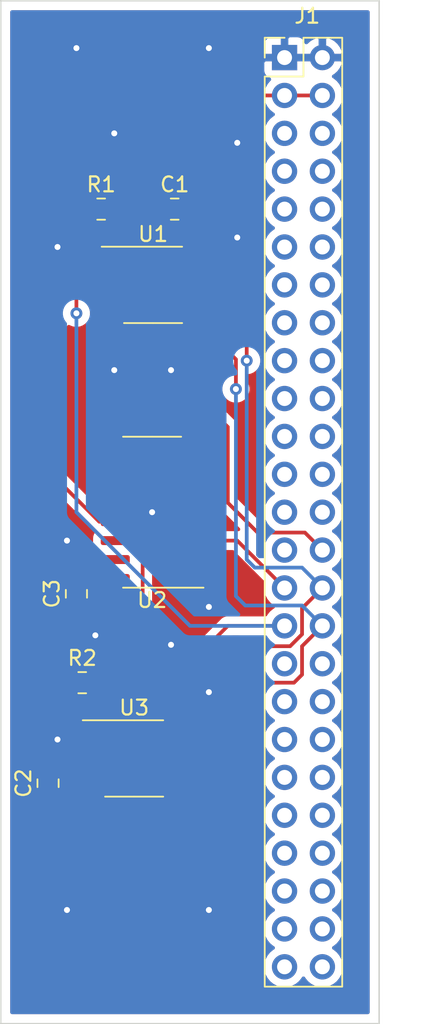
<source format=kicad_pcb>
(kicad_pcb (version 20171130) (host pcbnew "(5.1.4)-1")

  (general
    (thickness 1.6)
    (drawings 4)
    (tracks 107)
    (zones 0)
    (modules 9)
    (nets 57)
  )

  (page A4)
  (layers
    (0 F.Cu signal)
    (31 B.Cu signal)
    (32 B.Adhes user)
    (33 F.Adhes user)
    (34 B.Paste user)
    (35 F.Paste user)
    (36 B.SilkS user)
    (37 F.SilkS user)
    (38 B.Mask user)
    (39 F.Mask user)
    (40 Dwgs.User user)
    (41 Cmts.User user)
    (42 Eco1.User user)
    (43 Eco2.User user)
    (44 Edge.Cuts user)
    (45 Margin user)
    (46 B.CrtYd user)
    (47 F.CrtYd user)
    (48 B.Fab user)
    (49 F.Fab user)
  )

  (setup
    (last_trace_width 0.25)
    (trace_clearance 0.2)
    (zone_clearance 0.508)
    (zone_45_only no)
    (trace_min 0.2)
    (via_size 0.8)
    (via_drill 0.4)
    (via_min_size 0.45)
    (via_min_drill 0.3)
    (uvia_size 0.3)
    (uvia_drill 0.1)
    (uvias_allowed no)
    (uvia_min_size 0.2)
    (uvia_min_drill 0.1)
    (edge_width 0.05)
    (segment_width 0.2)
    (pcb_text_width 0.3)
    (pcb_text_size 1.5 1.5)
    (mod_edge_width 0.12)
    (mod_text_size 1 1)
    (mod_text_width 0.15)
    (pad_size 1.524 1.524)
    (pad_drill 0.762)
    (pad_to_mask_clearance 0.051)
    (solder_mask_min_width 0.25)
    (aux_axis_origin 0 0)
    (visible_elements 7FFFFFFF)
    (pcbplotparams
      (layerselection 0x010f0_ffffffff)
      (usegerberextensions false)
      (usegerberattributes false)
      (usegerberadvancedattributes false)
      (creategerberjobfile false)
      (excludeedgelayer true)
      (linewidth 0.100000)
      (plotframeref false)
      (viasonmask false)
      (mode 1)
      (useauxorigin false)
      (hpglpennumber 1)
      (hpglpenspeed 20)
      (hpglpendiameter 15.000000)
      (psnegative false)
      (psa4output false)
      (plotreference true)
      (plotvalue false)
      (plotinvisibletext false)
      (padsonsilk true)
      (subtractmaskfromsilk false)
      (outputformat 1)
      (mirror false)
      (drillshape 0)
      (scaleselection 1)
      (outputdirectory "gerber/"))
  )

  (net 0 "")
  (net 1 "Net-(J1-Pad6)")
  (net 2 "Net-(J1-Pad50)")
  (net 3 "Net-(J1-Pad49)")
  (net 4 "Net-(J1-Pad48)")
  (net 5 "Net-(J1-Pad47)")
  (net 6 "Net-(J1-Pad46)")
  (net 7 "Net-(J1-Pad45)")
  (net 8 "Net-(J1-Pad44)")
  (net 9 "Net-(J1-Pad43)")
  (net 10 "Net-(J1-Pad42)")
  (net 11 "Net-(J1-Pad41)")
  (net 12 "Net-(J1-Pad40)")
  (net 13 "Net-(J1-Pad39)")
  (net 14 "Net-(J1-Pad38)")
  (net 15 "Net-(J1-Pad37)")
  (net 16 "Net-(J1-Pad36)")
  (net 17 "Net-(J1-Pad35)")
  (net 18 "Net-(J1-Pad34)")
  (net 19 "Net-(J1-Pad33)")
  (net 20 "Net-(J1-Pad27)")
  (net 21 "Net-(J1-Pad26)")
  (net 22 "Net-(J1-Pad25)")
  (net 23 "Net-(J1-Pad24)")
  (net 24 "Net-(J1-Pad23)")
  (net 25 "Net-(J1-Pad22)")
  (net 26 "Net-(J1-Pad21)")
  (net 27 "Net-(J1-Pad20)")
  (net 28 "Net-(J1-Pad19)")
  (net 29 "Net-(J1-Pad17)")
  (net 30 "Net-(J1-Pad16)")
  (net 31 "Net-(J1-Pad15)")
  (net 32 "Net-(J1-Pad14)")
  (net 33 "Net-(J1-Pad13)")
  (net 34 "Net-(J1-Pad12)")
  (net 35 "Net-(J1-Pad11)")
  (net 36 "Net-(J1-Pad9)")
  (net 37 "Net-(J1-Pad8)")
  (net 38 "Net-(J1-Pad7)")
  (net 39 "Net-(J1-Pad5)")
  (net 40 GND)
  (net 41 SPI4_MOSI)
  (net 42 SPI4_MISO)
  (net 43 SPI4_SCK)
  (net 44 SPI4_NSS)
  (net 45 /PE10)
  (net 46 "Net-(J1-Pad18)")
  (net 47 "Net-(J1-Pad10)")
  (net 48 "Net-(R1-Pad2)")
  (net 49 "Net-(R2-Pad2)")
  (net 50 "Net-(U2-Pad15)")
  (net 51 "Net-(U2-Pad12)")
  (net 52 "Net-(U2-Pad5)")
  (net 53 "Net-(U2-Pad4)")
  (net 54 "Net-(U2-Pad2)")
  (net 55 "Net-(U2-Pad1)")
  (net 56 VDD)

  (net_class Default "This is the default net class."
    (clearance 0.2)
    (trace_width 0.25)
    (via_dia 0.8)
    (via_drill 0.4)
    (uvia_dia 0.3)
    (uvia_drill 0.1)
    (add_net /PE10)
    (add_net GND)
    (add_net "Net-(J1-Pad10)")
    (add_net "Net-(J1-Pad11)")
    (add_net "Net-(J1-Pad12)")
    (add_net "Net-(J1-Pad13)")
    (add_net "Net-(J1-Pad14)")
    (add_net "Net-(J1-Pad15)")
    (add_net "Net-(J1-Pad16)")
    (add_net "Net-(J1-Pad17)")
    (add_net "Net-(J1-Pad18)")
    (add_net "Net-(J1-Pad19)")
    (add_net "Net-(J1-Pad20)")
    (add_net "Net-(J1-Pad21)")
    (add_net "Net-(J1-Pad22)")
    (add_net "Net-(J1-Pad23)")
    (add_net "Net-(J1-Pad24)")
    (add_net "Net-(J1-Pad25)")
    (add_net "Net-(J1-Pad26)")
    (add_net "Net-(J1-Pad27)")
    (add_net "Net-(J1-Pad33)")
    (add_net "Net-(J1-Pad34)")
    (add_net "Net-(J1-Pad35)")
    (add_net "Net-(J1-Pad36)")
    (add_net "Net-(J1-Pad37)")
    (add_net "Net-(J1-Pad38)")
    (add_net "Net-(J1-Pad39)")
    (add_net "Net-(J1-Pad40)")
    (add_net "Net-(J1-Pad41)")
    (add_net "Net-(J1-Pad42)")
    (add_net "Net-(J1-Pad43)")
    (add_net "Net-(J1-Pad44)")
    (add_net "Net-(J1-Pad45)")
    (add_net "Net-(J1-Pad46)")
    (add_net "Net-(J1-Pad47)")
    (add_net "Net-(J1-Pad48)")
    (add_net "Net-(J1-Pad49)")
    (add_net "Net-(J1-Pad5)")
    (add_net "Net-(J1-Pad50)")
    (add_net "Net-(J1-Pad6)")
    (add_net "Net-(J1-Pad7)")
    (add_net "Net-(J1-Pad8)")
    (add_net "Net-(J1-Pad9)")
    (add_net "Net-(R1-Pad2)")
    (add_net "Net-(R2-Pad2)")
    (add_net "Net-(U2-Pad1)")
    (add_net "Net-(U2-Pad12)")
    (add_net "Net-(U2-Pad15)")
    (add_net "Net-(U2-Pad2)")
    (add_net "Net-(U2-Pad4)")
    (add_net "Net-(U2-Pad5)")
    (add_net SPI4_MISO)
    (add_net SPI4_MOSI)
    (add_net SPI4_NSS)
    (add_net SPI4_SCK)
    (add_net VDD)
  )

  (module Capacitor_SMD:C_0805_2012Metric_Pad1.15x1.40mm_HandSolder (layer F.Cu) (tedit 5B36C52B) (tstamp 5F6EF0D9)
    (at 144.78 115.96 90)
    (descr "Capacitor SMD 0805 (2012 Metric), square (rectangular) end terminal, IPC_7351 nominal with elongated pad for handsoldering. (Body size source: https://docs.google.com/spreadsheets/d/1BsfQQcO9C6DZCsRaXUlFlo91Tg2WpOkGARC1WS5S8t0/edit?usp=sharing), generated with kicad-footprint-generator")
    (tags "capacitor handsolder")
    (path /5F6F96A9)
    (attr smd)
    (fp_text reference C3 (at 0 -1.65 90) (layer F.SilkS)
      (effects (font (size 1 1) (thickness 0.15)))
    )
    (fp_text value C (at 0 1.65 90) (layer F.Fab)
      (effects (font (size 1 1) (thickness 0.15)))
    )
    (fp_text user %R (at 0 0 90) (layer F.Fab)
      (effects (font (size 0.5 0.5) (thickness 0.08)))
    )
    (fp_line (start 1.85 0.95) (end -1.85 0.95) (layer F.CrtYd) (width 0.05))
    (fp_line (start 1.85 -0.95) (end 1.85 0.95) (layer F.CrtYd) (width 0.05))
    (fp_line (start -1.85 -0.95) (end 1.85 -0.95) (layer F.CrtYd) (width 0.05))
    (fp_line (start -1.85 0.95) (end -1.85 -0.95) (layer F.CrtYd) (width 0.05))
    (fp_line (start -0.261252 0.71) (end 0.261252 0.71) (layer F.SilkS) (width 0.12))
    (fp_line (start -0.261252 -0.71) (end 0.261252 -0.71) (layer F.SilkS) (width 0.12))
    (fp_line (start 1 0.6) (end -1 0.6) (layer F.Fab) (width 0.1))
    (fp_line (start 1 -0.6) (end 1 0.6) (layer F.Fab) (width 0.1))
    (fp_line (start -1 -0.6) (end 1 -0.6) (layer F.Fab) (width 0.1))
    (fp_line (start -1 0.6) (end -1 -0.6) (layer F.Fab) (width 0.1))
    (pad 2 smd roundrect (at 1.025 0 90) (size 1.15 1.4) (layers F.Cu F.Paste F.Mask) (roundrect_rratio 0.217391)
      (net 56 VDD))
    (pad 1 smd roundrect (at -1.025 0 90) (size 1.15 1.4) (layers F.Cu F.Paste F.Mask) (roundrect_rratio 0.217391)
      (net 40 GND))
    (model ${KISYS3DMOD}/Capacitor_SMD.3dshapes/C_0805_2012Metric.wrl
      (at (xyz 0 0 0))
      (scale (xyz 1 1 1))
      (rotate (xyz 0 0 0))
    )
  )

  (module Capacitor_SMD:C_0805_2012Metric_Pad1.15x1.40mm_HandSolder (layer F.Cu) (tedit 5B36C52B) (tstamp 5F6EE8E0)
    (at 142.875 128.66 90)
    (descr "Capacitor SMD 0805 (2012 Metric), square (rectangular) end terminal, IPC_7351 nominal with elongated pad for handsoldering. (Body size source: https://docs.google.com/spreadsheets/d/1BsfQQcO9C6DZCsRaXUlFlo91Tg2WpOkGARC1WS5S8t0/edit?usp=sharing), generated with kicad-footprint-generator")
    (tags "capacitor handsolder")
    (path /5F6EBA9D)
    (attr smd)
    (fp_text reference C2 (at 0 -1.65 90) (layer F.SilkS)
      (effects (font (size 1 1) (thickness 0.15)))
    )
    (fp_text value C (at 0 1.65 90) (layer F.Fab)
      (effects (font (size 1 1) (thickness 0.15)))
    )
    (fp_text user %R (at 0 0 90) (layer F.Fab)
      (effects (font (size 0.5 0.5) (thickness 0.08)))
    )
    (fp_line (start 1.85 0.95) (end -1.85 0.95) (layer F.CrtYd) (width 0.05))
    (fp_line (start 1.85 -0.95) (end 1.85 0.95) (layer F.CrtYd) (width 0.05))
    (fp_line (start -1.85 -0.95) (end 1.85 -0.95) (layer F.CrtYd) (width 0.05))
    (fp_line (start -1.85 0.95) (end -1.85 -0.95) (layer F.CrtYd) (width 0.05))
    (fp_line (start -0.261252 0.71) (end 0.261252 0.71) (layer F.SilkS) (width 0.12))
    (fp_line (start -0.261252 -0.71) (end 0.261252 -0.71) (layer F.SilkS) (width 0.12))
    (fp_line (start 1 0.6) (end -1 0.6) (layer F.Fab) (width 0.1))
    (fp_line (start 1 -0.6) (end 1 0.6) (layer F.Fab) (width 0.1))
    (fp_line (start -1 -0.6) (end 1 -0.6) (layer F.Fab) (width 0.1))
    (fp_line (start -1 0.6) (end -1 -0.6) (layer F.Fab) (width 0.1))
    (pad 2 smd roundrect (at 1.025 0 90) (size 1.15 1.4) (layers F.Cu F.Paste F.Mask) (roundrect_rratio 0.217391)
      (net 56 VDD))
    (pad 1 smd roundrect (at -1.025 0 90) (size 1.15 1.4) (layers F.Cu F.Paste F.Mask) (roundrect_rratio 0.217391)
      (net 40 GND))
    (model ${KISYS3DMOD}/Capacitor_SMD.3dshapes/C_0805_2012Metric.wrl
      (at (xyz 0 0 0))
      (scale (xyz 1 1 1))
      (rotate (xyz 0 0 0))
    )
  )

  (module Capacitor_SMD:C_0805_2012Metric_Pad1.15x1.40mm_HandSolder (layer F.Cu) (tedit 5B36C52B) (tstamp 5F6EE8CF)
    (at 151.375 90.17)
    (descr "Capacitor SMD 0805 (2012 Metric), square (rectangular) end terminal, IPC_7351 nominal with elongated pad for handsoldering. (Body size source: https://docs.google.com/spreadsheets/d/1BsfQQcO9C6DZCsRaXUlFlo91Tg2WpOkGARC1WS5S8t0/edit?usp=sharing), generated with kicad-footprint-generator")
    (tags "capacitor handsolder")
    (path /5F6EAD9B)
    (attr smd)
    (fp_text reference C1 (at 0 -1.65) (layer F.SilkS)
      (effects (font (size 1 1) (thickness 0.15)))
    )
    (fp_text value C (at 0 1.65) (layer F.Fab)
      (effects (font (size 1 1) (thickness 0.15)))
    )
    (fp_text user %R (at 0 0) (layer F.Fab)
      (effects (font (size 0.5 0.5) (thickness 0.08)))
    )
    (fp_line (start 1.85 0.95) (end -1.85 0.95) (layer F.CrtYd) (width 0.05))
    (fp_line (start 1.85 -0.95) (end 1.85 0.95) (layer F.CrtYd) (width 0.05))
    (fp_line (start -1.85 -0.95) (end 1.85 -0.95) (layer F.CrtYd) (width 0.05))
    (fp_line (start -1.85 0.95) (end -1.85 -0.95) (layer F.CrtYd) (width 0.05))
    (fp_line (start -0.261252 0.71) (end 0.261252 0.71) (layer F.SilkS) (width 0.12))
    (fp_line (start -0.261252 -0.71) (end 0.261252 -0.71) (layer F.SilkS) (width 0.12))
    (fp_line (start 1 0.6) (end -1 0.6) (layer F.Fab) (width 0.1))
    (fp_line (start 1 -0.6) (end 1 0.6) (layer F.Fab) (width 0.1))
    (fp_line (start -1 -0.6) (end 1 -0.6) (layer F.Fab) (width 0.1))
    (fp_line (start -1 0.6) (end -1 -0.6) (layer F.Fab) (width 0.1))
    (pad 2 smd roundrect (at 1.025 0) (size 1.15 1.4) (layers F.Cu F.Paste F.Mask) (roundrect_rratio 0.217391)
      (net 56 VDD))
    (pad 1 smd roundrect (at -1.025 0) (size 1.15 1.4) (layers F.Cu F.Paste F.Mask) (roundrect_rratio 0.217391)
      (net 40 GND))
    (model ${KISYS3DMOD}/Capacitor_SMD.3dshapes/C_0805_2012Metric.wrl
      (at (xyz 0 0 0))
      (scale (xyz 1 1 1))
      (rotate (xyz 0 0 0))
    )
  )

  (module Package_SO:SOIC-8_3.9x4.9mm_P1.27mm (layer F.Cu) (tedit 5C97300E) (tstamp 5F4B39E3)
    (at 148.655 127)
    (descr "SOIC, 8 Pin (JEDEC MS-012AA, https://www.analog.com/media/en/package-pcb-resources/package/pkg_pdf/soic_narrow-r/r_8.pdf), generated with kicad-footprint-generator ipc_gullwing_generator.py")
    (tags "SOIC SO")
    (path /5F4BFFA8)
    (attr smd)
    (fp_text reference U3 (at 0 -3.4) (layer F.SilkS)
      (effects (font (size 1 1) (thickness 0.15)))
    )
    (fp_text value 25LCxxx (at 0 3.4) (layer F.Fab)
      (effects (font (size 1 1) (thickness 0.15)))
    )
    (fp_line (start 0 2.56) (end 1.95 2.56) (layer F.SilkS) (width 0.12))
    (fp_line (start 0 2.56) (end -1.95 2.56) (layer F.SilkS) (width 0.12))
    (fp_line (start 0 -2.56) (end 1.95 -2.56) (layer F.SilkS) (width 0.12))
    (fp_line (start 0 -2.56) (end -3.45 -2.56) (layer F.SilkS) (width 0.12))
    (fp_line (start -0.975 -2.45) (end 1.95 -2.45) (layer F.Fab) (width 0.1))
    (fp_line (start 1.95 -2.45) (end 1.95 2.45) (layer F.Fab) (width 0.1))
    (fp_line (start 1.95 2.45) (end -1.95 2.45) (layer F.Fab) (width 0.1))
    (fp_line (start -1.95 2.45) (end -1.95 -1.475) (layer F.Fab) (width 0.1))
    (fp_line (start -1.95 -1.475) (end -0.975 -2.45) (layer F.Fab) (width 0.1))
    (fp_line (start -3.7 -2.7) (end -3.7 2.7) (layer F.CrtYd) (width 0.05))
    (fp_line (start -3.7 2.7) (end 3.7 2.7) (layer F.CrtYd) (width 0.05))
    (fp_line (start 3.7 2.7) (end 3.7 -2.7) (layer F.CrtYd) (width 0.05))
    (fp_line (start 3.7 -2.7) (end -3.7 -2.7) (layer F.CrtYd) (width 0.05))
    (fp_text user %R (at 0 0) (layer F.Fab)
      (effects (font (size 0.98 0.98) (thickness 0.15)))
    )
    (pad 8 smd roundrect (at 2.475 -1.905) (size 1.95 0.6) (layers F.Cu F.Paste F.Mask) (roundrect_rratio 0.25)
      (net 56 VDD))
    (pad 7 smd roundrect (at 2.475 -0.635) (size 1.95 0.6) (layers F.Cu F.Paste F.Mask) (roundrect_rratio 0.25)
      (net 56 VDD))
    (pad 6 smd roundrect (at 2.475 0.635) (size 1.95 0.6) (layers F.Cu F.Paste F.Mask) (roundrect_rratio 0.25)
      (net 43 SPI4_SCK))
    (pad 5 smd roundrect (at 2.475 1.905) (size 1.95 0.6) (layers F.Cu F.Paste F.Mask) (roundrect_rratio 0.25)
      (net 41 SPI4_MOSI))
    (pad 4 smd roundrect (at -2.475 1.905) (size 1.95 0.6) (layers F.Cu F.Paste F.Mask) (roundrect_rratio 0.25)
      (net 40 GND))
    (pad 3 smd roundrect (at -2.475 0.635) (size 1.95 0.6) (layers F.Cu F.Paste F.Mask) (roundrect_rratio 0.25)
      (net 56 VDD))
    (pad 2 smd roundrect (at -2.475 -0.635) (size 1.95 0.6) (layers F.Cu F.Paste F.Mask) (roundrect_rratio 0.25)
      (net 42 SPI4_MISO))
    (pad 1 smd roundrect (at -2.475 -1.905) (size 1.95 0.6) (layers F.Cu F.Paste F.Mask) (roundrect_rratio 0.25)
      (net 49 "Net-(R2-Pad2)"))
    (model ${KISYS3DMOD}/Package_SO.3dshapes/SOIC-8_3.9x4.9mm_P1.27mm.wrl
      (at (xyz 0 0 0))
      (scale (xyz 1 1 1))
      (rotate (xyz 0 0 0))
    )
  )

  (module Package_SO:SOIC-16_3.9x9.9mm_P1.27mm (layer F.Cu) (tedit 5C97300E) (tstamp 5F4B3A36)
    (at 149.86 110.49 180)
    (descr "SOIC, 16 Pin (JEDEC MS-012AC, https://www.analog.com/media/en/package-pcb-resources/package/pkg_pdf/soic_narrow-r/r_16.pdf), generated with kicad-footprint-generator ipc_gullwing_generator.py")
    (tags "SOIC SO")
    (path /5F4AFBBA)
    (attr smd)
    (fp_text reference U2 (at 0 -5.9) (layer F.SilkS)
      (effects (font (size 1 1) (thickness 0.15)))
    )
    (fp_text value 74HC4051 (at 0 5.9) (layer F.Fab)
      (effects (font (size 1 1) (thickness 0.15)))
    )
    (fp_line (start 0 5.06) (end 1.95 5.06) (layer F.SilkS) (width 0.12))
    (fp_line (start 0 5.06) (end -1.95 5.06) (layer F.SilkS) (width 0.12))
    (fp_line (start 0 -5.06) (end 1.95 -5.06) (layer F.SilkS) (width 0.12))
    (fp_line (start 0 -5.06) (end -3.45 -5.06) (layer F.SilkS) (width 0.12))
    (fp_line (start -0.975 -4.95) (end 1.95 -4.95) (layer F.Fab) (width 0.1))
    (fp_line (start 1.95 -4.95) (end 1.95 4.95) (layer F.Fab) (width 0.1))
    (fp_line (start 1.95 4.95) (end -1.95 4.95) (layer F.Fab) (width 0.1))
    (fp_line (start -1.95 4.95) (end -1.95 -3.975) (layer F.Fab) (width 0.1))
    (fp_line (start -1.95 -3.975) (end -0.975 -4.95) (layer F.Fab) (width 0.1))
    (fp_line (start -3.7 -5.2) (end -3.7 5.2) (layer F.CrtYd) (width 0.05))
    (fp_line (start -3.7 5.2) (end 3.7 5.2) (layer F.CrtYd) (width 0.05))
    (fp_line (start 3.7 5.2) (end 3.7 -5.2) (layer F.CrtYd) (width 0.05))
    (fp_line (start 3.7 -5.2) (end -3.7 -5.2) (layer F.CrtYd) (width 0.05))
    (fp_text user %R (at 0 0) (layer F.Fab)
      (effects (font (size 0.98 0.98) (thickness 0.15)))
    )
    (pad 16 smd roundrect (at 2.475 -4.445 180) (size 1.95 0.6) (layers F.Cu F.Paste F.Mask) (roundrect_rratio 0.25)
      (net 56 VDD))
    (pad 15 smd roundrect (at 2.475 -3.175 180) (size 1.95 0.6) (layers F.Cu F.Paste F.Mask) (roundrect_rratio 0.25)
      (net 50 "Net-(U2-Pad15)"))
    (pad 14 smd roundrect (at 2.475 -1.905 180) (size 1.95 0.6) (layers F.Cu F.Paste F.Mask) (roundrect_rratio 0.25)
      (net 49 "Net-(R2-Pad2)"))
    (pad 13 smd roundrect (at 2.475 -0.635 180) (size 1.95 0.6) (layers F.Cu F.Paste F.Mask) (roundrect_rratio 0.25)
      (net 48 "Net-(R1-Pad2)"))
    (pad 12 smd roundrect (at 2.475 0.635 180) (size 1.95 0.6) (layers F.Cu F.Paste F.Mask) (roundrect_rratio 0.25)
      (net 51 "Net-(U2-Pad12)"))
    (pad 11 smd roundrect (at 2.475 1.905 180) (size 1.95 0.6) (layers F.Cu F.Paste F.Mask) (roundrect_rratio 0.25)
      (net 45 /PE10))
    (pad 10 smd roundrect (at 2.475 3.175 180) (size 1.95 0.6) (layers F.Cu F.Paste F.Mask) (roundrect_rratio 0.25)
      (net 40 GND))
    (pad 9 smd roundrect (at 2.475 4.445 180) (size 1.95 0.6) (layers F.Cu F.Paste F.Mask) (roundrect_rratio 0.25)
      (net 40 GND))
    (pad 8 smd roundrect (at -2.475 4.445 180) (size 1.95 0.6) (layers F.Cu F.Paste F.Mask) (roundrect_rratio 0.25)
      (net 40 GND))
    (pad 7 smd roundrect (at -2.475 3.175 180) (size 1.95 0.6) (layers F.Cu F.Paste F.Mask) (roundrect_rratio 0.25)
      (net 40 GND))
    (pad 6 smd roundrect (at -2.475 1.905 180) (size 1.95 0.6) (layers F.Cu F.Paste F.Mask) (roundrect_rratio 0.25)
      (net 40 GND))
    (pad 5 smd roundrect (at -2.475 0.635 180) (size 1.95 0.6) (layers F.Cu F.Paste F.Mask) (roundrect_rratio 0.25)
      (net 52 "Net-(U2-Pad5)"))
    (pad 4 smd roundrect (at -2.475 -0.635 180) (size 1.95 0.6) (layers F.Cu F.Paste F.Mask) (roundrect_rratio 0.25)
      (net 53 "Net-(U2-Pad4)"))
    (pad 3 smd roundrect (at -2.475 -1.905 180) (size 1.95 0.6) (layers F.Cu F.Paste F.Mask) (roundrect_rratio 0.25)
      (net 44 SPI4_NSS))
    (pad 2 smd roundrect (at -2.475 -3.175 180) (size 1.95 0.6) (layers F.Cu F.Paste F.Mask) (roundrect_rratio 0.25)
      (net 54 "Net-(U2-Pad2)"))
    (pad 1 smd roundrect (at -2.475 -4.445 180) (size 1.95 0.6) (layers F.Cu F.Paste F.Mask) (roundrect_rratio 0.25)
      (net 55 "Net-(U2-Pad1)"))
    (model ${KISYS3DMOD}/Package_SO.3dshapes/SOIC-16_3.9x9.9mm_P1.27mm.wrl
      (at (xyz 0 0 0))
      (scale (xyz 1 1 1))
      (rotate (xyz 0 0 0))
    )
  )

  (module Package_SO:SOIC-8_3.9x4.9mm_P1.27mm (layer F.Cu) (tedit 5C97300E) (tstamp 5F4B3D61)
    (at 149.925 95.25)
    (descr "SOIC, 8 Pin (JEDEC MS-012AA, https://www.analog.com/media/en/package-pcb-resources/package/pkg_pdf/soic_narrow-r/r_8.pdf), generated with kicad-footprint-generator ipc_gullwing_generator.py")
    (tags "SOIC SO")
    (path /5F4A6A17)
    (attr smd)
    (fp_text reference U1 (at 0 -3.4) (layer F.SilkS)
      (effects (font (size 1 1) (thickness 0.15)))
    )
    (fp_text value 25LCxxx (at 0 3.4) (layer F.Fab)
      (effects (font (size 1 1) (thickness 0.15)))
    )
    (fp_line (start 0 2.56) (end 1.95 2.56) (layer F.SilkS) (width 0.12))
    (fp_line (start 0 2.56) (end -1.95 2.56) (layer F.SilkS) (width 0.12))
    (fp_line (start 0 -2.56) (end 1.95 -2.56) (layer F.SilkS) (width 0.12))
    (fp_line (start 0 -2.56) (end -3.45 -2.56) (layer F.SilkS) (width 0.12))
    (fp_line (start -0.975 -2.45) (end 1.95 -2.45) (layer F.Fab) (width 0.1))
    (fp_line (start 1.95 -2.45) (end 1.95 2.45) (layer F.Fab) (width 0.1))
    (fp_line (start 1.95 2.45) (end -1.95 2.45) (layer F.Fab) (width 0.1))
    (fp_line (start -1.95 2.45) (end -1.95 -1.475) (layer F.Fab) (width 0.1))
    (fp_line (start -1.95 -1.475) (end -0.975 -2.45) (layer F.Fab) (width 0.1))
    (fp_line (start -3.7 -2.7) (end -3.7 2.7) (layer F.CrtYd) (width 0.05))
    (fp_line (start -3.7 2.7) (end 3.7 2.7) (layer F.CrtYd) (width 0.05))
    (fp_line (start 3.7 2.7) (end 3.7 -2.7) (layer F.CrtYd) (width 0.05))
    (fp_line (start 3.7 -2.7) (end -3.7 -2.7) (layer F.CrtYd) (width 0.05))
    (fp_text user %R (at 0 0) (layer F.Fab)
      (effects (font (size 0.98 0.98) (thickness 0.15)))
    )
    (pad 8 smd roundrect (at 2.475 -1.905) (size 1.95 0.6) (layers F.Cu F.Paste F.Mask) (roundrect_rratio 0.25)
      (net 56 VDD))
    (pad 7 smd roundrect (at 2.475 -0.635) (size 1.95 0.6) (layers F.Cu F.Paste F.Mask) (roundrect_rratio 0.25)
      (net 56 VDD))
    (pad 6 smd roundrect (at 2.475 0.635) (size 1.95 0.6) (layers F.Cu F.Paste F.Mask) (roundrect_rratio 0.25)
      (net 43 SPI4_SCK))
    (pad 5 smd roundrect (at 2.475 1.905) (size 1.95 0.6) (layers F.Cu F.Paste F.Mask) (roundrect_rratio 0.25)
      (net 41 SPI4_MOSI))
    (pad 4 smd roundrect (at -2.475 1.905) (size 1.95 0.6) (layers F.Cu F.Paste F.Mask) (roundrect_rratio 0.25)
      (net 40 GND))
    (pad 3 smd roundrect (at -2.475 0.635) (size 1.95 0.6) (layers F.Cu F.Paste F.Mask) (roundrect_rratio 0.25)
      (net 56 VDD))
    (pad 2 smd roundrect (at -2.475 -0.635) (size 1.95 0.6) (layers F.Cu F.Paste F.Mask) (roundrect_rratio 0.25)
      (net 42 SPI4_MISO))
    (pad 1 smd roundrect (at -2.475 -1.905) (size 1.95 0.6) (layers F.Cu F.Paste F.Mask) (roundrect_rratio 0.25)
      (net 48 "Net-(R1-Pad2)"))
    (model ${KISYS3DMOD}/Package_SO.3dshapes/SOIC-8_3.9x4.9mm_P1.27mm.wrl
      (at (xyz 0 0 0))
      (scale (xyz 1 1 1))
      (rotate (xyz 0 0 0))
    )
  )

  (module Resistor_SMD:R_0805_2012Metric_Pad1.15x1.40mm_HandSolder (layer F.Cu) (tedit 5B36C52B) (tstamp 5F4B3AD3)
    (at 145.17 121.92)
    (descr "Resistor SMD 0805 (2012 Metric), square (rectangular) end terminal, IPC_7351 nominal with elongated pad for handsoldering. (Body size source: https://docs.google.com/spreadsheets/d/1BsfQQcO9C6DZCsRaXUlFlo91Tg2WpOkGARC1WS5S8t0/edit?usp=sharing), generated with kicad-footprint-generator")
    (tags "resistor handsolder")
    (path /5F4CE0F2)
    (attr smd)
    (fp_text reference R2 (at 0 -1.65) (layer F.SilkS)
      (effects (font (size 1 1) (thickness 0.15)))
    )
    (fp_text value 10K (at 0 1.65) (layer F.Fab)
      (effects (font (size 1 1) (thickness 0.15)))
    )
    (fp_line (start -1 0.6) (end -1 -0.6) (layer F.Fab) (width 0.1))
    (fp_line (start -1 -0.6) (end 1 -0.6) (layer F.Fab) (width 0.1))
    (fp_line (start 1 -0.6) (end 1 0.6) (layer F.Fab) (width 0.1))
    (fp_line (start 1 0.6) (end -1 0.6) (layer F.Fab) (width 0.1))
    (fp_line (start -0.261252 -0.71) (end 0.261252 -0.71) (layer F.SilkS) (width 0.12))
    (fp_line (start -0.261252 0.71) (end 0.261252 0.71) (layer F.SilkS) (width 0.12))
    (fp_line (start -1.85 0.95) (end -1.85 -0.95) (layer F.CrtYd) (width 0.05))
    (fp_line (start -1.85 -0.95) (end 1.85 -0.95) (layer F.CrtYd) (width 0.05))
    (fp_line (start 1.85 -0.95) (end 1.85 0.95) (layer F.CrtYd) (width 0.05))
    (fp_line (start 1.85 0.95) (end -1.85 0.95) (layer F.CrtYd) (width 0.05))
    (fp_text user %R (at 0 0) (layer F.Fab)
      (effects (font (size 0.5 0.5) (thickness 0.08)))
    )
    (pad 2 smd roundrect (at 1.025 0) (size 1.15 1.4) (layers F.Cu F.Paste F.Mask) (roundrect_rratio 0.217391)
      (net 49 "Net-(R2-Pad2)"))
    (pad 1 smd roundrect (at -1.025 0) (size 1.15 1.4) (layers F.Cu F.Paste F.Mask) (roundrect_rratio 0.217391)
      (net 56 VDD))
    (model ${KISYS3DMOD}/Resistor_SMD.3dshapes/R_0805_2012Metric.wrl
      (at (xyz 0 0 0))
      (scale (xyz 1 1 1))
      (rotate (xyz 0 0 0))
    )
  )

  (module Resistor_SMD:R_0805_2012Metric_Pad1.15x1.40mm_HandSolder (layer F.Cu) (tedit 5B36C52B) (tstamp 5F4B3E07)
    (at 146.44 90.17)
    (descr "Resistor SMD 0805 (2012 Metric), square (rectangular) end terminal, IPC_7351 nominal with elongated pad for handsoldering. (Body size source: https://docs.google.com/spreadsheets/d/1BsfQQcO9C6DZCsRaXUlFlo91Tg2WpOkGARC1WS5S8t0/edit?usp=sharing), generated with kicad-footprint-generator")
    (tags "resistor handsolder")
    (path /5F4CD6E6)
    (attr smd)
    (fp_text reference R1 (at 0 -1.65) (layer F.SilkS)
      (effects (font (size 1 1) (thickness 0.15)))
    )
    (fp_text value 10K (at 0 1.65) (layer F.Fab)
      (effects (font (size 1 1) (thickness 0.15)))
    )
    (fp_line (start -1 0.6) (end -1 -0.6) (layer F.Fab) (width 0.1))
    (fp_line (start -1 -0.6) (end 1 -0.6) (layer F.Fab) (width 0.1))
    (fp_line (start 1 -0.6) (end 1 0.6) (layer F.Fab) (width 0.1))
    (fp_line (start 1 0.6) (end -1 0.6) (layer F.Fab) (width 0.1))
    (fp_line (start -0.261252 -0.71) (end 0.261252 -0.71) (layer F.SilkS) (width 0.12))
    (fp_line (start -0.261252 0.71) (end 0.261252 0.71) (layer F.SilkS) (width 0.12))
    (fp_line (start -1.85 0.95) (end -1.85 -0.95) (layer F.CrtYd) (width 0.05))
    (fp_line (start -1.85 -0.95) (end 1.85 -0.95) (layer F.CrtYd) (width 0.05))
    (fp_line (start 1.85 -0.95) (end 1.85 0.95) (layer F.CrtYd) (width 0.05))
    (fp_line (start 1.85 0.95) (end -1.85 0.95) (layer F.CrtYd) (width 0.05))
    (fp_text user %R (at 0 0) (layer F.Fab)
      (effects (font (size 0.5 0.5) (thickness 0.08)))
    )
    (pad 2 smd roundrect (at 1.025 0) (size 1.15 1.4) (layers F.Cu F.Paste F.Mask) (roundrect_rratio 0.217391)
      (net 48 "Net-(R1-Pad2)"))
    (pad 1 smd roundrect (at -1.025 0) (size 1.15 1.4) (layers F.Cu F.Paste F.Mask) (roundrect_rratio 0.217391)
      (net 56 VDD))
    (model ${KISYS3DMOD}/Resistor_SMD.3dshapes/R_0805_2012Metric.wrl
      (at (xyz 0 0 0))
      (scale (xyz 1 1 1))
      (rotate (xyz 0 0 0))
    )
  )

  (module CustomSockets:PinSocket_2x25_P2.54mm_Vertical_Mirrored (layer F.Cu) (tedit 5F4A638F) (tstamp 5F4B382A)
    (at 158.75 80.01)
    (descr "Through hole straight socket strip, 2x25, 2.54mm pitch, double cols (from Kicad 4.0.7), script generated")
    (tags "Through hole socket strip THT 2x25 2.54mm double row")
    (path /5F4A878B)
    (fp_text reference J1 (at 1.524 -2.794) (layer F.SilkS)
      (effects (font (size 1 1) (thickness 0.15)))
    )
    (fp_text value Conn_02x25_Odd_Even (at 1.27 63.754) (layer F.Fab)
      (effects (font (size 1 1) (thickness 0.15)))
    )
    (fp_line (start 3.81 -1.27) (end -0.27 -1.27) (layer F.Fab) (width 0.1))
    (fp_line (start -0.27 -1.27) (end -1.27 -0.27) (layer F.Fab) (width 0.1))
    (fp_line (start -1.27 -0.27) (end -1.27 62.23) (layer F.Fab) (width 0.1))
    (fp_line (start -1.27 62.23) (end 3.81 62.23) (layer F.Fab) (width 0.1))
    (fp_line (start 3.81 62.23) (end 3.81 -1.27) (layer F.Fab) (width 0.1))
    (fp_line (start 3.87 -1.33) (end 1.27 -1.33) (layer F.SilkS) (width 0.12))
    (fp_line (start 3.87 -1.33) (end 3.87 62.29) (layer F.SilkS) (width 0.12))
    (fp_line (start 3.87 62.29) (end -1.33 62.29) (layer F.SilkS) (width 0.12))
    (fp_line (start -1.33 1.27) (end -1.33 62.29) (layer F.SilkS) (width 0.12))
    (fp_line (start 1.27 1.27) (end -1.33 1.27) (layer F.SilkS) (width 0.12))
    (fp_line (start 1.27 -1.33) (end 1.27 1.27) (layer F.SilkS) (width 0.12))
    (fp_line (start -1.33 -1.33) (end -1.33 0) (layer F.SilkS) (width 0.12))
    (fp_line (start 0 -1.33) (end -1.33 -1.33) (layer F.SilkS) (width 0.12))
    (fp_line (start 4.34 -1.8) (end -1.76 -1.8) (layer F.CrtYd) (width 0.05))
    (fp_line (start -1.76 -1.8) (end -1.76 62.7) (layer F.CrtYd) (width 0.05))
    (fp_line (start -1.76 62.7) (end 4.34 62.7) (layer F.CrtYd) (width 0.05))
    (fp_line (start 4.34 62.7) (end 4.34 -1.8) (layer F.CrtYd) (width 0.05))
    (fp_text user %R (at 1.27 30.48 90) (layer F.Fab)
      (effects (font (size 1 1) (thickness 0.15)))
    )
    (pad 50 thru_hole oval (at 2.54 60.96) (size 1.7 1.7) (drill 1) (layers *.Cu *.Mask)
      (net 2 "Net-(J1-Pad50)"))
    (pad 49 thru_hole oval (at 0 60.96) (size 1.7 1.7) (drill 1) (layers *.Cu *.Mask)
      (net 3 "Net-(J1-Pad49)"))
    (pad 48 thru_hole oval (at 2.54 58.42) (size 1.7 1.7) (drill 1) (layers *.Cu *.Mask)
      (net 4 "Net-(J1-Pad48)"))
    (pad 47 thru_hole oval (at 0 58.42) (size 1.7 1.7) (drill 1) (layers *.Cu *.Mask)
      (net 5 "Net-(J1-Pad47)"))
    (pad 46 thru_hole oval (at 2.54 55.88) (size 1.7 1.7) (drill 1) (layers *.Cu *.Mask)
      (net 6 "Net-(J1-Pad46)"))
    (pad 45 thru_hole oval (at 0 55.88) (size 1.7 1.7) (drill 1) (layers *.Cu *.Mask)
      (net 7 "Net-(J1-Pad45)"))
    (pad 44 thru_hole oval (at 2.54 53.34) (size 1.7 1.7) (drill 1) (layers *.Cu *.Mask)
      (net 8 "Net-(J1-Pad44)"))
    (pad 43 thru_hole oval (at 0 53.34) (size 1.7 1.7) (drill 1) (layers *.Cu *.Mask)
      (net 9 "Net-(J1-Pad43)"))
    (pad 42 thru_hole oval (at 2.54 50.8) (size 1.7 1.7) (drill 1) (layers *.Cu *.Mask)
      (net 10 "Net-(J1-Pad42)"))
    (pad 41 thru_hole oval (at 0 50.8) (size 1.7 1.7) (drill 1) (layers *.Cu *.Mask)
      (net 11 "Net-(J1-Pad41)"))
    (pad 40 thru_hole oval (at 2.54 48.26) (size 1.7 1.7) (drill 1) (layers *.Cu *.Mask)
      (net 12 "Net-(J1-Pad40)"))
    (pad 39 thru_hole oval (at 0 48.26) (size 1.7 1.7) (drill 1) (layers *.Cu *.Mask)
      (net 13 "Net-(J1-Pad39)"))
    (pad 38 thru_hole oval (at 2.54 45.72) (size 1.7 1.7) (drill 1) (layers *.Cu *.Mask)
      (net 14 "Net-(J1-Pad38)"))
    (pad 37 thru_hole oval (at 0 45.72) (size 1.7 1.7) (drill 1) (layers *.Cu *.Mask)
      (net 15 "Net-(J1-Pad37)"))
    (pad 36 thru_hole oval (at 2.54 43.18) (size 1.7 1.7) (drill 1) (layers *.Cu *.Mask)
      (net 16 "Net-(J1-Pad36)"))
    (pad 35 thru_hole oval (at 0 43.18) (size 1.7 1.7) (drill 1) (layers *.Cu *.Mask)
      (net 17 "Net-(J1-Pad35)"))
    (pad 34 thru_hole oval (at 2.54 40.64) (size 1.7 1.7) (drill 1) (layers *.Cu *.Mask)
      (net 18 "Net-(J1-Pad34)"))
    (pad 33 thru_hole oval (at 0 40.64) (size 1.7 1.7) (drill 1) (layers *.Cu *.Mask)
      (net 19 "Net-(J1-Pad33)"))
    (pad 32 thru_hole oval (at 2.54 38.1) (size 1.7 1.7) (drill 1) (layers *.Cu *.Mask)
      (net 41 SPI4_MOSI))
    (pad 31 thru_hole oval (at 0 38.1) (size 1.7 1.7) (drill 1) (layers *.Cu *.Mask)
      (net 42 SPI4_MISO))
    (pad 30 thru_hole oval (at 2.54 35.56) (size 1.7 1.7) (drill 1) (layers *.Cu *.Mask)
      (net 43 SPI4_SCK))
    (pad 29 thru_hole oval (at 0 35.56) (size 1.7 1.7) (drill 1) (layers *.Cu *.Mask)
      (net 44 SPI4_NSS))
    (pad 28 thru_hole oval (at 2.54 33.02) (size 1.7 1.7) (drill 1) (layers *.Cu *.Mask)
      (net 45 /PE10))
    (pad 27 thru_hole oval (at 0 33.02) (size 1.7 1.7) (drill 1) (layers *.Cu *.Mask)
      (net 20 "Net-(J1-Pad27)"))
    (pad 26 thru_hole oval (at 2.54 30.48) (size 1.7 1.7) (drill 1) (layers *.Cu *.Mask)
      (net 21 "Net-(J1-Pad26)"))
    (pad 25 thru_hole oval (at 0 30.48) (size 1.7 1.7) (drill 1) (layers *.Cu *.Mask)
      (net 22 "Net-(J1-Pad25)"))
    (pad 24 thru_hole oval (at 2.54 27.94) (size 1.7 1.7) (drill 1) (layers *.Cu *.Mask)
      (net 23 "Net-(J1-Pad24)"))
    (pad 23 thru_hole oval (at 0 27.94) (size 1.7 1.7) (drill 1) (layers *.Cu *.Mask)
      (net 24 "Net-(J1-Pad23)"))
    (pad 22 thru_hole oval (at 2.54 25.4) (size 1.7 1.7) (drill 1) (layers *.Cu *.Mask)
      (net 25 "Net-(J1-Pad22)"))
    (pad 21 thru_hole oval (at 0 25.4) (size 1.7 1.7) (drill 1) (layers *.Cu *.Mask)
      (net 26 "Net-(J1-Pad21)"))
    (pad 20 thru_hole oval (at 2.54 22.86) (size 1.7 1.7) (drill 1) (layers *.Cu *.Mask)
      (net 27 "Net-(J1-Pad20)"))
    (pad 19 thru_hole oval (at 0 22.86) (size 1.7 1.7) (drill 1) (layers *.Cu *.Mask)
      (net 28 "Net-(J1-Pad19)"))
    (pad 18 thru_hole oval (at 2.54 20.32) (size 1.7 1.7) (drill 1) (layers *.Cu *.Mask)
      (net 46 "Net-(J1-Pad18)"))
    (pad 17 thru_hole oval (at 0 20.32) (size 1.7 1.7) (drill 1) (layers *.Cu *.Mask)
      (net 29 "Net-(J1-Pad17)"))
    (pad 16 thru_hole oval (at 2.54 17.78) (size 1.7 1.7) (drill 1) (layers *.Cu *.Mask)
      (net 30 "Net-(J1-Pad16)"))
    (pad 15 thru_hole oval (at 0 17.78) (size 1.7 1.7) (drill 1) (layers *.Cu *.Mask)
      (net 31 "Net-(J1-Pad15)"))
    (pad 14 thru_hole oval (at 2.54 15.24) (size 1.7 1.7) (drill 1) (layers *.Cu *.Mask)
      (net 32 "Net-(J1-Pad14)"))
    (pad 13 thru_hole oval (at 0 15.24) (size 1.7 1.7) (drill 1) (layers *.Cu *.Mask)
      (net 33 "Net-(J1-Pad13)"))
    (pad 12 thru_hole oval (at 2.54 12.7) (size 1.7 1.7) (drill 1) (layers *.Cu *.Mask)
      (net 34 "Net-(J1-Pad12)"))
    (pad 11 thru_hole oval (at 0 12.7) (size 1.7 1.7) (drill 1) (layers *.Cu *.Mask)
      (net 35 "Net-(J1-Pad11)"))
    (pad 10 thru_hole oval (at 2.54 10.16) (size 1.7 1.7) (drill 1) (layers *.Cu *.Mask)
      (net 47 "Net-(J1-Pad10)"))
    (pad 9 thru_hole oval (at 0 10.16) (size 1.7 1.7) (drill 1) (layers *.Cu *.Mask)
      (net 36 "Net-(J1-Pad9)"))
    (pad 8 thru_hole oval (at 2.54 7.62) (size 1.7 1.7) (drill 1) (layers *.Cu *.Mask)
      (net 37 "Net-(J1-Pad8)"))
    (pad 7 thru_hole oval (at 0 7.62) (size 1.7 1.7) (drill 1) (layers *.Cu *.Mask)
      (net 38 "Net-(J1-Pad7)"))
    (pad 6 thru_hole oval (at 2.54 5.08) (size 1.7 1.7) (drill 1) (layers *.Cu *.Mask)
      (net 1 "Net-(J1-Pad6)"))
    (pad 5 thru_hole oval (at 0 5.08) (size 1.7 1.7) (drill 1) (layers *.Cu *.Mask)
      (net 39 "Net-(J1-Pad5)"))
    (pad 4 thru_hole oval (at 2.54 2.54) (size 1.7 1.7) (drill 1) (layers *.Cu *.Mask)
      (net 56 VDD))
    (pad 3 thru_hole oval (at 0 2.54) (size 1.7 1.7) (drill 1) (layers *.Cu *.Mask)
      (net 56 VDD))
    (pad 2 thru_hole oval (at 2.54 0) (size 1.7 1.7) (drill 1) (layers *.Cu *.Mask)
      (net 40 GND))
    (pad 1 thru_hole rect (at 0 0) (size 1.7 1.7) (drill 1) (layers *.Cu *.Mask)
      (net 40 GND))
    (model ${KISYS3DMOD}/Connector_PinSocket_2.54mm.3dshapes/PinSocket_2x25_P2.54mm_Vertical.wrl
      (offset (xyz 2.54 0 0))
      (scale (xyz 1 1 1))
      (rotate (xyz 0 0 0))
    )
  )

  (gr_line (start 139.7 144.78) (end 139.7 76.2) (layer Edge.Cuts) (width 0.1))
  (gr_line (start 165.1 144.78) (end 139.7 144.78) (layer Edge.Cuts) (width 0.1))
  (gr_line (start 165.1 76.2) (end 165.1 144.78) (layer Edge.Cuts) (width 0.1) (tstamp 5F4B3AF4))
  (gr_line (start 139.7 76.2) (end 165.1 76.2) (layer Edge.Cuts) (width 0.1))

  (via (at 155.575 85.725) (size 0.8) (drill 0.4) (layers F.Cu B.Cu) (net 40))
  (via (at 155.575 92.075) (size 0.8) (drill 0.4) (layers F.Cu B.Cu) (net 40))
  (via (at 147.32 100.965) (size 0.8) (drill 0.4) (layers F.Cu B.Cu) (net 40))
  (via (at 151.13 100.965) (size 0.8) (drill 0.4) (layers F.Cu B.Cu) (net 40))
  (via (at 147.32 85.09) (size 0.8) (drill 0.4) (layers F.Cu B.Cu) (net 40))
  (via (at 143.51 92.71) (size 0.8) (drill 0.4) (layers F.Cu B.Cu) (net 40))
  (via (at 144.145 112.395) (size 0.8) (drill 0.4) (layers F.Cu B.Cu) (net 40))
  (via (at 146.05 118.745) (size 0.8) (drill 0.4) (layers F.Cu B.Cu) (net 40))
  (via (at 153.67 122.555) (size 0.8) (drill 0.4) (layers F.Cu B.Cu) (net 40))
  (via (at 144.145 137.16) (size 0.8) (drill 0.4) (layers F.Cu B.Cu) (net 40))
  (via (at 153.67 137.16) (size 0.8) (drill 0.4) (layers F.Cu B.Cu) (net 40))
  (via (at 144.78 79.375) (size 0.8) (drill 0.4) (layers F.Cu B.Cu) (net 40))
  (via (at 153.67 79.375) (size 0.8) (drill 0.4) (layers F.Cu B.Cu) (net 40))
  (via (at 151.13 119.38) (size 0.8) (drill 0.4) (layers F.Cu B.Cu) (net 40))
  (via (at 153.67 116.84) (size 0.8) (drill 0.4) (layers F.Cu B.Cu) (net 40))
  (via (at 149.86 110.49) (size 0.8) (drill 0.4) (layers F.Cu B.Cu) (net 40))
  (via (at 143.51 125.73) (size 0.8) (drill 0.4) (layers F.Cu B.Cu) (net 40))
  (segment (start 159.925001 116.745001) (end 156.115001 116.745001) (width 0.25) (layer B.Cu) (net 41))
  (segment (start 161.29 118.11) (end 159.925001 116.745001) (width 0.25) (layer B.Cu) (net 41))
  (segment (start 156.115001 116.745001) (end 155.575 116.205) (width 0.25) (layer B.Cu) (net 41))
  (via (at 155.485 102.235) (size 0.8) (drill 0.4) (layers F.Cu B.Cu) (net 41))
  (segment (start 155.575 116.205) (end 155.485 116.115) (width 0.25) (layer B.Cu) (net 41))
  (segment (start 155.485 116.115) (end 155.485 102.235) (width 0.25) (layer B.Cu) (net 41))
  (segment (start 155.485 100.24) (end 152.4 97.155) (width 0.25) (layer F.Cu) (net 41))
  (segment (start 155.485 102.235) (end 155.485 100.24) (width 0.25) (layer F.Cu) (net 41))
  (segment (start 159.925001 119.474999) (end 159.925001 121.379999) (width 0.25) (layer F.Cu) (net 41))
  (segment (start 161.29 118.11) (end 159.925001 119.474999) (width 0.25) (layer F.Cu) (net 41))
  (segment (start 159.925001 121.379999) (end 159.385 121.92) (width 0.25) (layer F.Cu) (net 41))
  (segment (start 159.385 121.92) (end 156.845 121.92) (width 0.25) (layer F.Cu) (net 41))
  (segment (start 156.845 121.92) (end 156.21 122.555) (width 0.25) (layer F.Cu) (net 41))
  (segment (start 156.21 122.555) (end 156.21 128.27) (width 0.25) (layer F.Cu) (net 41))
  (segment (start 155.575 128.905) (end 151.13 128.905) (width 0.25) (layer F.Cu) (net 41))
  (segment (start 156.21 128.27) (end 155.575 128.905) (width 0.25) (layer F.Cu) (net 41))
  (segment (start 147.955 126.365) (end 146.18 126.365) (width 0.25) (layer F.Cu) (net 42))
  (segment (start 148.59 125.73) (end 147.955 126.365) (width 0.25) (layer F.Cu) (net 42))
  (segment (start 148.59 124.46) (end 148.59 125.73) (width 0.25) (layer F.Cu) (net 42))
  (segment (start 158.75 118.11) (end 154.94 118.11) (width 0.25) (layer F.Cu) (net 42))
  (segment (start 154.94 118.11) (end 148.59 124.46) (width 0.25) (layer F.Cu) (net 42))
  (via (at 144.78 97.155) (size 0.8) (drill 0.4) (layers F.Cu B.Cu) (net 42))
  (segment (start 144.78 97.155) (end 144.78 96.21) (width 0.25) (layer F.Cu) (net 42))
  (segment (start 144.78 96.21) (end 146.375 94.615) (width 0.25) (layer F.Cu) (net 42))
  (segment (start 146.375 94.615) (end 147.45 94.615) (width 0.25) (layer F.Cu) (net 42))
  (segment (start 144.78 97.155) (end 144.78 110.49) (width 0.25) (layer B.Cu) (net 42))
  (segment (start 152.4 118.11) (end 158.75 118.11) (width 0.25) (layer B.Cu) (net 42))
  (segment (start 144.78 110.49) (end 152.4 118.11) (width 0.25) (layer B.Cu) (net 42))
  (segment (start 159.925001 114.205001) (end 156.750001 114.205001) (width 0.25) (layer B.Cu) (net 43))
  (segment (start 161.29 115.57) (end 159.925001 114.205001) (width 0.25) (layer B.Cu) (net 43))
  (segment (start 156.750001 114.205001) (end 156.21 113.665) (width 0.25) (layer B.Cu) (net 43))
  (via (at 156.21 100.33) (size 0.8) (drill 0.4) (layers F.Cu B.Cu) (net 43))
  (segment (start 156.21 113.665) (end 156.21 100.33) (width 0.25) (layer B.Cu) (net 43))
  (segment (start 153.475 95.885) (end 152.4 95.885) (width 0.25) (layer F.Cu) (net 43))
  (segment (start 156.21 98.62) (end 153.475 95.885) (width 0.25) (layer F.Cu) (net 43))
  (segment (start 156.21 100.33) (end 156.21 98.62) (width 0.25) (layer F.Cu) (net 43))
  (segment (start 159.124003 119.474999) (end 156.115001 119.474999) (width 0.25) (layer F.Cu) (net 43))
  (segment (start 159.925001 118.674001) (end 159.124003 119.474999) (width 0.25) (layer F.Cu) (net 43))
  (segment (start 161.29 115.57) (end 159.925001 116.934999) (width 0.25) (layer F.Cu) (net 43))
  (segment (start 159.925001 116.934999) (end 159.925001 118.674001) (width 0.25) (layer F.Cu) (net 43))
  (segment (start 156.115001 119.474999) (end 155.575 120.015) (width 0.25) (layer F.Cu) (net 43))
  (segment (start 155.575 120.015) (end 155.575 127) (width 0.25) (layer F.Cu) (net 43))
  (segment (start 155.575 127) (end 154.94 127.635) (width 0.25) (layer F.Cu) (net 43))
  (segment (start 154.94 127.635) (end 151.13 127.635) (width 0.25) (layer F.Cu) (net 43))
  (segment (start 155.575 112.395) (end 158.75 115.57) (width 0.25) (layer F.Cu) (net 44))
  (segment (start 152.335 112.395) (end 155.575 112.395) (width 0.25) (layer F.Cu) (net 44))
  (segment (start 148.46 108.585) (end 147.385 108.585) (width 0.25) (layer F.Cu) (net 45))
  (segment (start 149.225 107.82) (end 148.46 108.585) (width 0.25) (layer F.Cu) (net 45))
  (segment (start 149.225 104.775) (end 149.225 107.82) (width 0.25) (layer F.Cu) (net 45))
  (segment (start 149.86 104.14) (end 149.225 104.775) (width 0.25) (layer F.Cu) (net 45))
  (segment (start 161.29 113.03) (end 160.114999 111.854999) (width 0.25) (layer F.Cu) (net 45))
  (segment (start 160.114999 111.854999) (end 156.939999 111.854999) (width 0.25) (layer F.Cu) (net 45))
  (segment (start 154.94 109.855) (end 154.94 104.775) (width 0.25) (layer F.Cu) (net 45))
  (segment (start 154.94 104.775) (end 154.305 104.14) (width 0.25) (layer F.Cu) (net 45))
  (segment (start 156.939999 111.854999) (end 154.94 109.855) (width 0.25) (layer F.Cu) (net 45))
  (segment (start 154.305 104.14) (end 149.86 104.14) (width 0.25) (layer F.Cu) (net 45))
  (segment (start 147.32 93.28) (end 147.385 93.345) (width 0.25) (layer F.Cu) (net 48))
  (segment (start 147.32 90.17) (end 147.32 93.28) (width 0.25) (layer F.Cu) (net 48) (tstamp 5F4B429A))
  (segment (start 146.31 111.125) (end 143.51 108.325) (width 0.25) (layer F.Cu) (net 48))
  (segment (start 147.385 111.125) (end 146.31 111.125) (width 0.25) (layer F.Cu) (net 48))
  (segment (start 146.375 93.345) (end 147.45 93.345) (width 0.25) (layer F.Cu) (net 48))
  (segment (start 143.51 96.21) (end 146.375 93.345) (width 0.25) (layer F.Cu) (net 48))
  (segment (start 143.51 108.325) (end 143.51 96.21) (width 0.25) (layer F.Cu) (net 48))
  (segment (start 146.05 125.03) (end 146.115 125.095) (width 0.25) (layer F.Cu) (net 49))
  (segment (start 146.05 121.92) (end 146.05 125.03) (width 0.25) (layer F.Cu) (net 49))
  (segment (start 146.195 121.92) (end 147.955 121.92) (width 0.25) (layer F.Cu) (net 49))
  (segment (start 147.955 121.92) (end 149.225 120.65) (width 0.25) (layer F.Cu) (net 49))
  (segment (start 148.46 112.395) (end 147.385 112.395) (width 0.25) (layer F.Cu) (net 49))
  (segment (start 149.225 113.16) (end 148.46 112.395) (width 0.25) (layer F.Cu) (net 49))
  (segment (start 149.225 120.65) (end 149.225 113.16) (width 0.25) (layer F.Cu) (net 49))
  (segment (start 142.24 127.635) (end 146.05 127.635) (width 0.25) (layer F.Cu) (net 56) (tstamp 5F4B43D9))
  (segment (start 144 121.92) (end 142.24 121.92) (width 0.25) (layer F.Cu) (net 56) (tstamp 5F4B42F2))
  (segment (start 142.24 121.92) (end 142.24 127.635) (width 0.25) (layer F.Cu) (net 56))
  (segment (start 147.385 114.935) (end 142.24 114.935) (width 0.25) (layer F.Cu) (net 56))
  (segment (start 142.24 114.935) (end 142.24 121.92) (width 0.25) (layer F.Cu) (net 56))
  (segment (start 142.24 82.55) (end 142.24 95.885) (width 0.25) (layer F.Cu) (net 56))
  (segment (start 142.24 95.885) (end 142.24 114.935) (width 0.25) (layer F.Cu) (net 56))
  (segment (start 145.27 90.17) (end 142.24 90.17) (width 0.25) (layer F.Cu) (net 56))
  (segment (start 158.75 82.55) (end 161.29 82.55) (width 0.25) (layer F.Cu) (net 56))
  (segment (start 151.13 125.095) (end 151.13 126.365) (width 0.25) (layer F.Cu) (net 56))
  (segment (start 151.13 126.365) (end 149.86 126.365) (width 0.25) (layer F.Cu) (net 56))
  (segment (start 149.86 126.365) (end 148.59 127.635) (width 0.25) (layer F.Cu) (net 56))
  (segment (start 148.59 127.635) (end 146.18 127.635) (width 0.25) (layer F.Cu) (net 56))
  (segment (start 152.4 93.345) (end 152.4 82.55) (width 0.25) (layer F.Cu) (net 56))
  (segment (start 158.75 82.55) (end 152.4 82.55) (width 0.25) (layer F.Cu) (net 56))
  (segment (start 152.4 82.55) (end 142.24 82.55) (width 0.25) (layer F.Cu) (net 56))
  (segment (start 152.4 93.345) (end 152.4 94.615) (width 0.25) (layer F.Cu) (net 56))
  (segment (start 149.225 95.885) (end 147.45 95.885) (width 0.25) (layer F.Cu) (net 56))
  (segment (start 152.4 94.615) (end 150.495 94.615) (width 0.25) (layer F.Cu) (net 56))
  (segment (start 150.495 94.615) (end 149.225 95.885) (width 0.25) (layer F.Cu) (net 56))

  (zone (net 40) (net_name GND) (layer F.Cu) (tstamp 5F4B4B62) (hatch edge 0.508)
    (connect_pads (clearance 0.508))
    (min_thickness 0.254)
    (fill yes (arc_segments 32) (thermal_gap 0.508) (thermal_bridge_width 0.508))
    (polygon
      (pts
        (xy 140.335 76.835) (xy 164.465 76.835) (xy 164.465 144.145) (xy 140.335 144.145)
      )
    )
    (filled_polygon
      (pts
        (xy 164.338 144.018) (xy 140.462 144.018) (xy 140.462 130.26) (xy 141.536928 130.26) (xy 141.549188 130.384482)
        (xy 141.585498 130.50418) (xy 141.644463 130.614494) (xy 141.723815 130.711185) (xy 141.820506 130.790537) (xy 141.93082 130.849502)
        (xy 142.050518 130.885812) (xy 142.175 130.898072) (xy 142.58925 130.895) (xy 142.748 130.73625) (xy 142.748 129.812)
        (xy 143.002 129.812) (xy 143.002 130.73625) (xy 143.16075 130.895) (xy 143.575 130.898072) (xy 143.699482 130.885812)
        (xy 143.81918 130.849502) (xy 143.929494 130.790537) (xy 144.026185 130.711185) (xy 144.105537 130.614494) (xy 144.164502 130.50418)
        (xy 144.200812 130.384482) (xy 144.213072 130.26) (xy 144.21 129.97075) (xy 144.05125 129.812) (xy 143.002 129.812)
        (xy 142.748 129.812) (xy 141.69875 129.812) (xy 141.54 129.97075) (xy 141.536928 130.26) (xy 140.462 130.26)
        (xy 140.462 82.55) (xy 141.476323 82.55) (xy 141.48 82.587333) (xy 141.480001 90.132661) (xy 141.476323 90.17)
        (xy 141.480001 90.207339) (xy 141.480001 95.847658) (xy 141.48 95.847668) (xy 141.480001 114.897657) (xy 141.476323 114.935)
        (xy 141.48 114.972333) (xy 141.480001 121.882657) (xy 141.476323 121.92) (xy 141.48 121.957333) (xy 141.480001 127.597657)
        (xy 141.476323 127.635) (xy 141.490997 127.783986) (xy 141.534454 127.927247) (xy 141.536928 127.931875) (xy 141.536928 127.960001)
        (xy 141.553992 128.133255) (xy 141.604528 128.299851) (xy 141.686595 128.453387) (xy 141.797038 128.587962) (xy 141.803594 128.593342)
        (xy 141.723815 128.658815) (xy 141.644463 128.755506) (xy 141.585498 128.86582) (xy 141.549188 128.985518) (xy 141.536928 129.11)
        (xy 141.54 129.39925) (xy 141.69875 129.558) (xy 142.748 129.558) (xy 142.748 129.538) (xy 143.002 129.538)
        (xy 143.002 129.558) (xy 144.05125 129.558) (xy 144.21 129.39925) (xy 144.212063 129.205) (xy 144.566928 129.205)
        (xy 144.579188 129.329482) (xy 144.615498 129.44918) (xy 144.674463 129.559494) (xy 144.753815 129.656185) (xy 144.850506 129.735537)
        (xy 144.96082 129.794502) (xy 145.080518 129.830812) (xy 145.205 129.843072) (xy 145.89425 129.84) (xy 146.053 129.68125)
        (xy 146.053 129.032) (xy 146.307 129.032) (xy 146.307 129.68125) (xy 146.46575 129.84) (xy 147.155 129.843072)
        (xy 147.279482 129.830812) (xy 147.39918 129.794502) (xy 147.509494 129.735537) (xy 147.606185 129.656185) (xy 147.685537 129.559494)
        (xy 147.744502 129.44918) (xy 147.780812 129.329482) (xy 147.793072 129.205) (xy 147.79 129.19075) (xy 147.63125 129.032)
        (xy 146.307 129.032) (xy 146.053 129.032) (xy 144.72875 129.032) (xy 144.57 129.19075) (xy 144.566928 129.205)
        (xy 144.212063 129.205) (xy 144.213072 129.11) (xy 144.200812 128.985518) (xy 144.164502 128.86582) (xy 144.105537 128.755506)
        (xy 144.026185 128.658815) (xy 143.946406 128.593342) (xy 143.952962 128.587962) (xy 144.063405 128.453387) (xy 144.094614 128.395)
        (xy 144.60513 128.395) (xy 144.579188 128.480518) (xy 144.566928 128.605) (xy 144.57 128.61925) (xy 144.72875 128.778)
        (xy 146.053 128.778) (xy 146.053 128.758) (xy 146.307 128.758) (xy 146.307 128.778) (xy 147.63125 128.778)
        (xy 147.79 128.61925) (xy 147.793072 128.605) (xy 147.780812 128.480518) (xy 147.75487 128.395) (xy 148.552678 128.395)
        (xy 148.59 128.398676) (xy 148.627322 128.395) (xy 148.627333 128.395) (xy 148.738986 128.384003) (xy 148.882247 128.340546)
        (xy 149.014276 128.269974) (xy 149.130001 128.175001) (xy 149.153804 128.145997) (xy 149.516928 127.782873) (xy 149.516928 127.785)
        (xy 149.532071 127.938745) (xy 149.576916 128.086582) (xy 149.649742 128.222829) (xy 149.688454 128.27) (xy 149.649742 128.317171)
        (xy 149.576916 128.453418) (xy 149.532071 128.601255) (xy 149.516928 128.755) (xy 149.516928 129.055) (xy 149.532071 129.208745)
        (xy 149.576916 129.356582) (xy 149.649742 129.492829) (xy 149.747749 129.612251) (xy 149.867171 129.710258) (xy 150.003418 129.783084)
        (xy 150.151255 129.827929) (xy 150.305 129.843072) (xy 151.955 129.843072) (xy 152.108745 129.827929) (xy 152.256582 129.783084)
        (xy 152.392829 129.710258) (xy 152.447976 129.665) (xy 155.537678 129.665) (xy 155.575 129.668676) (xy 155.612322 129.665)
        (xy 155.612333 129.665) (xy 155.723986 129.654003) (xy 155.867247 129.610546) (xy 155.999276 129.539974) (xy 156.115001 129.445001)
        (xy 156.138803 129.415998) (xy 156.721002 128.8338) (xy 156.750001 128.810001) (xy 156.844974 128.694276) (xy 156.915546 128.562247)
        (xy 156.959003 128.418986) (xy 156.97 128.307333) (xy 156.973677 128.27) (xy 156.97 128.232667) (xy 156.97 122.869801)
        (xy 157.159802 122.68) (xy 157.352886 122.68) (xy 157.286487 122.898889) (xy 157.257815 123.19) (xy 157.286487 123.481111)
        (xy 157.371401 123.761034) (xy 157.509294 124.019014) (xy 157.694866 124.245134) (xy 157.920986 124.430706) (xy 157.975791 124.46)
        (xy 157.920986 124.489294) (xy 157.694866 124.674866) (xy 157.509294 124.900986) (xy 157.371401 125.158966) (xy 157.286487 125.438889)
        (xy 157.257815 125.73) (xy 157.286487 126.021111) (xy 157.371401 126.301034) (xy 157.509294 126.559014) (xy 157.694866 126.785134)
        (xy 157.920986 126.970706) (xy 157.975791 127) (xy 157.920986 127.029294) (xy 157.694866 127.214866) (xy 157.509294 127.440986)
        (xy 157.371401 127.698966) (xy 157.286487 127.978889) (xy 157.257815 128.27) (xy 157.286487 128.561111) (xy 157.371401 128.841034)
        (xy 157.509294 129.099014) (xy 157.694866 129.325134) (xy 157.920986 129.510706) (xy 157.975791 129.54) (xy 157.920986 129.569294)
        (xy 157.694866 129.754866) (xy 157.509294 129.980986) (xy 157.371401 130.238966) (xy 157.286487 130.518889) (xy 157.257815 130.81)
        (xy 157.286487 131.101111) (xy 157.371401 131.381034) (xy 157.509294 131.639014) (xy 157.694866 131.865134) (xy 157.920986 132.050706)
        (xy 157.975791 132.08) (xy 157.920986 132.109294) (xy 157.694866 132.294866) (xy 157.509294 132.520986) (xy 157.371401 132.778966)
        (xy 157.286487 133.058889) (xy 157.257815 133.35) (xy 157.286487 133.641111) (xy 157.371401 133.921034) (xy 157.509294 134.179014)
        (xy 157.694866 134.405134) (xy 157.920986 134.590706) (xy 157.975791 134.62) (xy 157.920986 134.649294) (xy 157.694866 134.834866)
        (xy 157.509294 135.060986) (xy 157.371401 135.318966) (xy 157.286487 135.598889) (xy 157.257815 135.89) (xy 157.286487 136.181111)
        (xy 157.371401 136.461034) (xy 157.509294 136.719014) (xy 157.694866 136.945134) (xy 157.920986 137.130706) (xy 157.975791 137.16)
        (xy 157.920986 137.189294) (xy 157.694866 137.374866) (xy 157.509294 137.600986) (xy 157.371401 137.858966) (xy 157.286487 138.138889)
        (xy 157.257815 138.43) (xy 157.286487 138.721111) (xy 157.371401 139.001034) (xy 157.509294 139.259014) (xy 157.694866 139.485134)
        (xy 157.920986 139.670706) (xy 157.975791 139.7) (xy 157.920986 139.729294) (xy 157.694866 139.914866) (xy 157.509294 140.140986)
        (xy 157.371401 140.398966) (xy 157.286487 140.678889) (xy 157.257815 140.97) (xy 157.286487 141.261111) (xy 157.371401 141.541034)
        (xy 157.509294 141.799014) (xy 157.694866 142.025134) (xy 157.920986 142.210706) (xy 158.178966 142.348599) (xy 158.458889 142.433513)
        (xy 158.67705 142.455) (xy 158.82295 142.455) (xy 159.041111 142.433513) (xy 159.321034 142.348599) (xy 159.579014 142.210706)
        (xy 159.805134 142.025134) (xy 159.990706 141.799014) (xy 160.02 141.744209) (xy 160.049294 141.799014) (xy 160.234866 142.025134)
        (xy 160.460986 142.210706) (xy 160.718966 142.348599) (xy 160.998889 142.433513) (xy 161.21705 142.455) (xy 161.36295 142.455)
        (xy 161.581111 142.433513) (xy 161.861034 142.348599) (xy 162.119014 142.210706) (xy 162.345134 142.025134) (xy 162.530706 141.799014)
        (xy 162.668599 141.541034) (xy 162.753513 141.261111) (xy 162.782185 140.97) (xy 162.753513 140.678889) (xy 162.668599 140.398966)
        (xy 162.530706 140.140986) (xy 162.345134 139.914866) (xy 162.119014 139.729294) (xy 162.064209 139.7) (xy 162.119014 139.670706)
        (xy 162.345134 139.485134) (xy 162.530706 139.259014) (xy 162.668599 139.001034) (xy 162.753513 138.721111) (xy 162.782185 138.43)
        (xy 162.753513 138.138889) (xy 162.668599 137.858966) (xy 162.530706 137.600986) (xy 162.345134 137.374866) (xy 162.119014 137.189294)
        (xy 162.064209 137.16) (xy 162.119014 137.130706) (xy 162.345134 136.945134) (xy 162.530706 136.719014) (xy 162.668599 136.461034)
        (xy 162.753513 136.181111) (xy 162.782185 135.89) (xy 162.753513 135.598889) (xy 162.668599 135.318966) (xy 162.530706 135.060986)
        (xy 162.345134 134.834866) (xy 162.119014 134.649294) (xy 162.064209 134.62) (xy 162.119014 134.590706) (xy 162.345134 134.405134)
        (xy 162.530706 134.179014) (xy 162.668599 133.921034) (xy 162.753513 133.641111) (xy 162.782185 133.35) (xy 162.753513 133.058889)
        (xy 162.668599 132.778966) (xy 162.530706 132.520986) (xy 162.345134 132.294866) (xy 162.119014 132.109294) (xy 162.064209 132.08)
        (xy 162.119014 132.050706) (xy 162.345134 131.865134) (xy 162.530706 131.639014) (xy 162.668599 131.381034) (xy 162.753513 131.101111)
        (xy 162.782185 130.81) (xy 162.753513 130.518889) (xy 162.668599 130.238966) (xy 162.530706 129.980986) (xy 162.345134 129.754866)
        (xy 162.119014 129.569294) (xy 162.064209 129.54) (xy 162.119014 129.510706) (xy 162.345134 129.325134) (xy 162.530706 129.099014)
        (xy 162.668599 128.841034) (xy 162.753513 128.561111) (xy 162.782185 128.27) (xy 162.753513 127.978889) (xy 162.668599 127.698966)
        (xy 162.530706 127.440986) (xy 162.345134 127.214866) (xy 162.119014 127.029294) (xy 162.064209 127) (xy 162.119014 126.970706)
        (xy 162.345134 126.785134) (xy 162.530706 126.559014) (xy 162.668599 126.301034) (xy 162.753513 126.021111) (xy 162.782185 125.73)
        (xy 162.753513 125.438889) (xy 162.668599 125.158966) (xy 162.530706 124.900986) (xy 162.345134 124.674866) (xy 162.119014 124.489294)
        (xy 162.064209 124.46) (xy 162.119014 124.430706) (xy 162.345134 124.245134) (xy 162.530706 124.019014) (xy 162.668599 123.761034)
        (xy 162.753513 123.481111) (xy 162.782185 123.19) (xy 162.753513 122.898889) (xy 162.668599 122.618966) (xy 162.530706 122.360986)
        (xy 162.345134 122.134866) (xy 162.119014 121.949294) (xy 162.064209 121.92) (xy 162.119014 121.890706) (xy 162.345134 121.705134)
        (xy 162.530706 121.479014) (xy 162.668599 121.221034) (xy 162.753513 120.941111) (xy 162.782185 120.65) (xy 162.753513 120.358889)
        (xy 162.668599 120.078966) (xy 162.530706 119.820986) (xy 162.345134 119.594866) (xy 162.119014 119.409294) (xy 162.064209 119.38)
        (xy 162.119014 119.350706) (xy 162.345134 119.165134) (xy 162.530706 118.939014) (xy 162.668599 118.681034) (xy 162.753513 118.401111)
        (xy 162.782185 118.11) (xy 162.753513 117.818889) (xy 162.668599 117.538966) (xy 162.530706 117.280986) (xy 162.345134 117.054866)
        (xy 162.119014 116.869294) (xy 162.064209 116.84) (xy 162.119014 116.810706) (xy 162.345134 116.625134) (xy 162.530706 116.399014)
        (xy 162.668599 116.141034) (xy 162.753513 115.861111) (xy 162.782185 115.57) (xy 162.753513 115.278889) (xy 162.668599 114.998966)
        (xy 162.530706 114.740986) (xy 162.345134 114.514866) (xy 162.119014 114.329294) (xy 162.064209 114.3) (xy 162.119014 114.270706)
        (xy 162.345134 114.085134) (xy 162.530706 113.859014) (xy 162.668599 113.601034) (xy 162.753513 113.321111) (xy 162.782185 113.03)
        (xy 162.753513 112.738889) (xy 162.668599 112.458966) (xy 162.530706 112.200986) (xy 162.345134 111.974866) (xy 162.119014 111.789294)
        (xy 162.064209 111.76) (xy 162.119014 111.730706) (xy 162.345134 111.545134) (xy 162.530706 111.319014) (xy 162.668599 111.061034)
        (xy 162.753513 110.781111) (xy 162.782185 110.49) (xy 162.753513 110.198889) (xy 162.668599 109.918966) (xy 162.530706 109.660986)
        (xy 162.345134 109.434866) (xy 162.119014 109.249294) (xy 162.064209 109.22) (xy 162.119014 109.190706) (xy 162.345134 109.005134)
        (xy 162.530706 108.779014) (xy 162.668599 108.521034) (xy 162.753513 108.241111) (xy 162.782185 107.95) (xy 162.753513 107.658889)
        (xy 162.668599 107.378966) (xy 162.530706 107.120986) (xy 162.345134 106.894866) (xy 162.119014 106.709294) (xy 162.064209 106.68)
        (xy 162.119014 106.650706) (xy 162.345134 106.465134) (xy 162.530706 106.239014) (xy 162.668599 105.981034) (xy 162.753513 105.701111)
        (xy 162.782185 105.41) (xy 162.753513 105.118889) (xy 162.668599 104.838966) (xy 162.530706 104.580986) (xy 162.345134 104.354866)
        (xy 162.119014 104.169294) (xy 162.064209 104.14) (xy 162.119014 104.110706) (xy 162.345134 103.925134) (xy 162.530706 103.699014)
        (xy 162.668599 103.441034) (xy 162.753513 103.161111) (xy 162.782185 102.87) (xy 162.753513 102.578889) (xy 162.668599 102.298966)
        (xy 162.530706 102.040986) (xy 162.345134 101.814866) (xy 162.119014 101.629294) (xy 162.064209 101.6) (xy 162.119014 101.570706)
        (xy 162.345134 101.385134) (xy 162.530706 101.159014) (xy 162.668599 100.901034) (xy 162.753513 100.621111) (xy 162.782185 100.33)
        (xy 162.753513 100.038889) (xy 162.668599 99.758966) (xy 162.530706 99.500986) (xy 162.345134 99.274866) (xy 162.119014 99.089294)
        (xy 162.064209 99.06) (xy 162.119014 99.030706) (xy 162.345134 98.845134) (xy 162.530706 98.619014) (xy 162.668599 98.361034)
        (xy 162.753513 98.081111) (xy 162.782185 97.79) (xy 162.753513 97.498889) (xy 162.668599 97.218966) (xy 162.530706 96.960986)
        (xy 162.345134 96.734866) (xy 162.119014 96.549294) (xy 162.064209 96.52) (xy 162.119014 96.490706) (xy 162.345134 96.305134)
        (xy 162.530706 96.079014) (xy 162.668599 95.821034) (xy 162.753513 95.541111) (xy 162.782185 95.25) (xy 162.753513 94.958889)
        (xy 162.668599 94.678966) (xy 162.530706 94.420986) (xy 162.345134 94.194866) (xy 162.119014 94.009294) (xy 162.064209 93.98)
        (xy 162.119014 93.950706) (xy 162.345134 93.765134) (xy 162.530706 93.539014) (xy 162.668599 93.281034) (xy 162.753513 93.001111)
        (xy 162.782185 92.71) (xy 162.753513 92.418889) (xy 162.668599 92.138966) (xy 162.530706 91.880986) (xy 162.345134 91.654866)
        (xy 162.119014 91.469294) (xy 162.064209 91.44) (xy 162.119014 91.410706) (xy 162.345134 91.225134) (xy 162.530706 90.999014)
        (xy 162.668599 90.741034) (xy 162.753513 90.461111) (xy 162.782185 90.17) (xy 162.753513 89.878889) (xy 162.668599 89.598966)
        (xy 162.530706 89.340986) (xy 162.345134 89.114866) (xy 162.119014 88.929294) (xy 162.064209 88.9) (xy 162.119014 88.870706)
        (xy 162.345134 88.685134) (xy 162.530706 88.459014) (xy 162.668599 88.201034) (xy 162.753513 87.921111) (xy 162.782185 87.63)
        (xy 162.753513 87.338889) (xy 162.668599 87.058966) (xy 162.530706 86.800986) (xy 162.345134 86.574866) (xy 162.119014 86.389294)
        (xy 162.064209 86.36) (xy 162.119014 86.330706) (xy 162.345134 86.145134) (xy 162.530706 85.919014) (xy 162.668599 85.661034)
        (xy 162.753513 85.381111) (xy 162.782185 85.09) (xy 162.753513 84.798889) (xy 162.668599 84.518966) (xy 162.530706 84.260986)
        (xy 162.345134 84.034866) (xy 162.119014 83.849294) (xy 162.064209 83.82) (xy 162.119014 83.790706) (xy 162.345134 83.605134)
        (xy 162.530706 83.379014) (xy 162.668599 83.121034) (xy 162.753513 82.841111) (xy 162.782185 82.55) (xy 162.753513 82.258889)
        (xy 162.668599 81.978966) (xy 162.530706 81.720986) (xy 162.345134 81.494866) (xy 162.119014 81.309294) (xy 162.054477 81.274799)
        (xy 162.171355 81.205178) (xy 162.387588 81.010269) (xy 162.561641 80.77692) (xy 162.686825 80.514099) (xy 162.731476 80.36689)
        (xy 162.610155 80.137) (xy 161.417 80.137) (xy 161.417 80.157) (xy 161.163 80.157) (xy 161.163 80.137)
        (xy 158.877 80.137) (xy 158.877 80.157) (xy 158.623 80.157) (xy 158.623 80.137) (xy 157.42375 80.137)
        (xy 157.265 80.29575) (xy 157.261928 80.86) (xy 157.274188 80.984482) (xy 157.310498 81.10418) (xy 157.369463 81.214494)
        (xy 157.448815 81.311185) (xy 157.545506 81.390537) (xy 157.65582 81.449502) (xy 157.724687 81.470393) (xy 157.694866 81.494866)
        (xy 157.509294 81.720986) (xy 157.472405 81.79) (xy 152.437333 81.79) (xy 152.4 81.786323) (xy 152.362667 81.79)
        (xy 142.277333 81.79) (xy 142.24 81.786323) (xy 142.202667 81.79) (xy 142.091014 81.800997) (xy 141.947753 81.844454)
        (xy 141.815724 81.915026) (xy 141.699999 82.009999) (xy 141.605026 82.125724) (xy 141.534454 82.257753) (xy 141.490997 82.401014)
        (xy 141.476323 82.55) (xy 140.462 82.55) (xy 140.462 79.16) (xy 157.261928 79.16) (xy 157.265 79.72425)
        (xy 157.42375 79.883) (xy 158.623 79.883) (xy 158.623 78.68375) (xy 158.877 78.68375) (xy 158.877 79.883)
        (xy 161.163 79.883) (xy 161.163 78.689186) (xy 161.417 78.689186) (xy 161.417 79.883) (xy 162.610155 79.883)
        (xy 162.731476 79.65311) (xy 162.686825 79.505901) (xy 162.561641 79.24308) (xy 162.387588 79.009731) (xy 162.171355 78.814822)
        (xy 161.921252 78.665843) (xy 161.646891 78.568519) (xy 161.417 78.689186) (xy 161.163 78.689186) (xy 160.933109 78.568519)
        (xy 160.658748 78.665843) (xy 160.408645 78.814822) (xy 160.212498 78.991626) (xy 160.189502 78.91582) (xy 160.130537 78.805506)
        (xy 160.051185 78.708815) (xy 159.954494 78.629463) (xy 159.84418 78.570498) (xy 159.724482 78.534188) (xy 159.6 78.521928)
        (xy 159.03575 78.525) (xy 158.877 78.68375) (xy 158.623 78.68375) (xy 158.46425 78.525) (xy 157.9 78.521928)
        (xy 157.775518 78.534188) (xy 157.65582 78.570498) (xy 157.545506 78.629463) (xy 157.448815 78.708815) (xy 157.369463 78.805506)
        (xy 157.310498 78.91582) (xy 157.274188 79.035518) (xy 157.261928 79.16) (xy 140.462 79.16) (xy 140.462 76.962)
        (xy 164.338 76.962)
      )
    )
    (filled_polygon
      (pts
        (xy 143.081595 122.863387) (xy 143.192038 122.997962) (xy 143.326613 123.108405) (xy 143.480149 123.190472) (xy 143.646745 123.241008)
        (xy 143.819999 123.258072) (xy 144.470001 123.258072) (xy 144.643255 123.241008) (xy 144.809851 123.190472) (xy 144.963387 123.108405)
        (xy 145.097962 122.997962) (xy 145.17 122.910184) (xy 145.242038 122.997962) (xy 145.29 123.037324) (xy 145.290001 124.16333)
        (xy 145.201255 124.172071) (xy 145.053418 124.216916) (xy 144.917171 124.289742) (xy 144.797749 124.387749) (xy 144.699742 124.507171)
        (xy 144.626916 124.643418) (xy 144.582071 124.791255) (xy 144.566928 124.945) (xy 144.566928 125.245) (xy 144.582071 125.398745)
        (xy 144.626916 125.546582) (xy 144.699742 125.682829) (xy 144.738454 125.73) (xy 144.699742 125.777171) (xy 144.626916 125.913418)
        (xy 144.582071 126.061255) (xy 144.566928 126.215) (xy 144.566928 126.515) (xy 144.582071 126.668745) (xy 144.626916 126.816582)
        (xy 144.658141 126.875) (xy 144.094614 126.875) (xy 144.063405 126.816613) (xy 143.952962 126.682038) (xy 143.818387 126.571595)
        (xy 143.664851 126.489528) (xy 143.498255 126.438992) (xy 143.325001 126.421928) (xy 143 126.421928) (xy 143 122.710734)
      )
    )
    (filled_polygon
      (pts
        (xy 155.575 118.934998) (xy 155.551201 118.963997) (xy 155.064002 119.451197) (xy 155.034999 119.474999) (xy 154.979871 119.542174)
        (xy 154.940026 119.590724) (xy 154.922248 119.623984) (xy 154.869454 119.722754) (xy 154.825997 119.866015) (xy 154.815 119.977668)
        (xy 154.815 119.977678) (xy 154.811324 120.015) (xy 154.815 120.052323) (xy 154.815001 126.685197) (xy 154.625199 126.875)
        (xy 152.651859 126.875) (xy 152.683084 126.816582) (xy 152.727929 126.668745) (xy 152.743072 126.515) (xy 152.743072 126.215)
        (xy 152.727929 126.061255) (xy 152.683084 125.913418) (xy 152.610258 125.777171) (xy 152.571546 125.73) (xy 152.610258 125.682829)
        (xy 152.683084 125.546582) (xy 152.727929 125.398745) (xy 152.743072 125.245) (xy 152.743072 124.945) (xy 152.727929 124.791255)
        (xy 152.683084 124.643418) (xy 152.610258 124.507171) (xy 152.512251 124.387749) (xy 152.392829 124.289742) (xy 152.256582 124.216916)
        (xy 152.108745 124.172071) (xy 151.955 124.156928) (xy 150.305 124.156928) (xy 150.151255 124.172071) (xy 150.003418 124.216916)
        (xy 149.867171 124.289742) (xy 149.747749 124.387749) (xy 149.649742 124.507171) (xy 149.576916 124.643418) (xy 149.532071 124.791255)
        (xy 149.516928 124.945) (xy 149.516928 125.245) (xy 149.532071 125.398745) (xy 149.576916 125.546582) (xy 149.627552 125.641315)
        (xy 149.567753 125.659454) (xy 149.435724 125.730026) (xy 149.346459 125.803284) (xy 149.35 125.767333) (xy 149.353677 125.73)
        (xy 149.35 125.692667) (xy 149.35 124.774801) (xy 155.254802 118.87) (xy 155.6542 118.87)
      )
    )
    (filled_polygon
      (pts
        (xy 154.180001 105.089803) (xy 154.18 109.817677) (xy 154.176324 109.855) (xy 154.18 109.892322) (xy 154.18 109.892332)
        (xy 154.190997 110.003985) (xy 154.234454 110.147246) (xy 154.305026 110.279276) (xy 154.327436 110.306582) (xy 154.399999 110.395001)
        (xy 154.429003 110.418804) (xy 155.648789 111.638591) (xy 155.612333 111.635) (xy 155.612322 111.635) (xy 155.575 111.631324)
        (xy 155.537678 111.635) (xy 153.856859 111.635) (xy 153.888084 111.576582) (xy 153.932929 111.428745) (xy 153.948072 111.275)
        (xy 153.948072 110.975) (xy 153.932929 110.821255) (xy 153.888084 110.673418) (xy 153.815258 110.537171) (xy 153.776546 110.49)
        (xy 153.815258 110.442829) (xy 153.888084 110.306582) (xy 153.932929 110.158745) (xy 153.948072 110.005) (xy 153.948072 109.705)
        (xy 153.932929 109.551255) (xy 153.888084 109.403418) (xy 153.81627 109.269064) (xy 153.840537 109.239494) (xy 153.899502 109.12918)
        (xy 153.935812 109.009482) (xy 153.948072 108.885) (xy 153.945 108.87075) (xy 153.78625 108.712) (xy 152.462 108.712)
        (xy 152.462 108.732) (xy 152.208 108.732) (xy 152.208 108.712) (xy 150.88375 108.712) (xy 150.725 108.87075)
        (xy 150.721928 108.885) (xy 150.734188 109.009482) (xy 150.770498 109.12918) (xy 150.829463 109.239494) (xy 150.85373 109.269064)
        (xy 150.781916 109.403418) (xy 150.737071 109.551255) (xy 150.721928 109.705) (xy 150.721928 110.005) (xy 150.737071 110.158745)
        (xy 150.781916 110.306582) (xy 150.854742 110.442829) (xy 150.893454 110.49) (xy 150.854742 110.537171) (xy 150.781916 110.673418)
        (xy 150.737071 110.821255) (xy 150.721928 110.975) (xy 150.721928 111.275) (xy 150.737071 111.428745) (xy 150.781916 111.576582)
        (xy 150.854742 111.712829) (xy 150.893454 111.76) (xy 150.854742 111.807171) (xy 150.781916 111.943418) (xy 150.737071 112.091255)
        (xy 150.721928 112.245) (xy 150.721928 112.545) (xy 150.737071 112.698745) (xy 150.781916 112.846582) (xy 150.854742 112.982829)
        (xy 150.893454 113.03) (xy 150.854742 113.077171) (xy 150.781916 113.213418) (xy 150.737071 113.361255) (xy 150.721928 113.515)
        (xy 150.721928 113.815) (xy 150.737071 113.968745) (xy 150.781916 114.116582) (xy 150.854742 114.252829) (xy 150.893454 114.3)
        (xy 150.854742 114.347171) (xy 150.781916 114.483418) (xy 150.737071 114.631255) (xy 150.721928 114.785) (xy 150.721928 115.085)
        (xy 150.737071 115.238745) (xy 150.781916 115.386582) (xy 150.854742 115.522829) (xy 150.952749 115.642251) (xy 151.072171 115.740258)
        (xy 151.208418 115.813084) (xy 151.356255 115.857929) (xy 151.51 115.873072) (xy 153.16 115.873072) (xy 153.313745 115.857929)
        (xy 153.461582 115.813084) (xy 153.597829 115.740258) (xy 153.717251 115.642251) (xy 153.815258 115.522829) (xy 153.888084 115.386582)
        (xy 153.932929 115.238745) (xy 153.948072 115.085) (xy 153.948072 114.785) (xy 153.932929 114.631255) (xy 153.888084 114.483418)
        (xy 153.815258 114.347171) (xy 153.776546 114.3) (xy 153.815258 114.252829) (xy 153.888084 114.116582) (xy 153.932929 113.968745)
        (xy 153.948072 113.815) (xy 153.948072 113.515) (xy 153.932929 113.361255) (xy 153.888084 113.213418) (xy 153.856859 113.155)
        (xy 155.260199 113.155) (xy 157.309203 115.204005) (xy 157.286487 115.278889) (xy 157.257815 115.57) (xy 157.286487 115.861111)
        (xy 157.371401 116.141034) (xy 157.509294 116.399014) (xy 157.694866 116.625134) (xy 157.920986 116.810706) (xy 157.975791 116.84)
        (xy 157.920986 116.869294) (xy 157.694866 117.054866) (xy 157.509294 117.280986) (xy 157.472405 117.35) (xy 154.977322 117.35)
        (xy 154.939999 117.346324) (xy 154.902676 117.35) (xy 154.902667 117.35) (xy 154.791014 117.360997) (xy 154.647753 117.404454)
        (xy 154.515723 117.475026) (xy 154.437813 117.538966) (xy 154.399999 117.569999) (xy 154.376201 117.598997) (xy 148.079003 123.896196)
        (xy 148.049999 123.919999) (xy 147.994871 123.987174) (xy 147.955026 124.035724) (xy 147.890241 124.156928) (xy 147.884454 124.167754)
        (xy 147.840997 124.311015) (xy 147.83 124.422668) (xy 147.83 124.422678) (xy 147.826324 124.46) (xy 147.83 124.497323)
        (xy 147.830001 125.415198) (xy 147.748092 125.497107) (xy 147.777929 125.398745) (xy 147.793072 125.245) (xy 147.793072 124.945)
        (xy 147.777929 124.791255) (xy 147.733084 124.643418) (xy 147.660258 124.507171) (xy 147.562251 124.387749) (xy 147.442829 124.289742)
        (xy 147.306582 124.216916) (xy 147.158745 124.172071) (xy 147.005 124.156928) (xy 146.81 124.156928) (xy 146.81 123.205594)
        (xy 146.859851 123.190472) (xy 147.013387 123.108405) (xy 147.147962 122.997962) (xy 147.258405 122.863387) (xy 147.340472 122.709851)
        (xy 147.349527 122.68) (xy 147.917678 122.68) (xy 147.955 122.683676) (xy 147.992322 122.68) (xy 147.992333 122.68)
        (xy 148.103986 122.669003) (xy 148.247247 122.625546) (xy 148.379276 122.554974) (xy 148.495001 122.460001) (xy 148.518804 122.430997)
        (xy 149.736004 121.213798) (xy 149.765001 121.190001) (xy 149.859974 121.074276) (xy 149.930546 120.942247) (xy 149.974003 120.798986)
        (xy 149.985 120.687333) (xy 149.985 120.687324) (xy 149.988676 120.650001) (xy 149.985 120.612678) (xy 149.985 113.197322)
        (xy 149.988676 113.159999) (xy 149.985 113.122676) (xy 149.985 113.122667) (xy 149.974003 113.011014) (xy 149.930546 112.867753)
        (xy 149.859974 112.735724) (xy 149.82019 112.687247) (xy 149.788799 112.648996) (xy 149.788795 112.648992) (xy 149.765001 112.619999)
        (xy 149.736008 112.596205) (xy 149.023803 111.884002) (xy 149.000001 111.854999) (xy 148.884276 111.760026) (xy 148.844134 111.738569)
        (xy 148.865258 111.712829) (xy 148.938084 111.576582) (xy 148.982929 111.428745) (xy 148.998072 111.275) (xy 148.998072 110.975)
        (xy 148.982929 110.821255) (xy 148.938084 110.673418) (xy 148.865258 110.537171) (xy 148.826546 110.49) (xy 148.865258 110.442829)
        (xy 148.938084 110.306582) (xy 148.982929 110.158745) (xy 148.998072 110.005) (xy 148.998072 109.705) (xy 148.982929 109.551255)
        (xy 148.938084 109.403418) (xy 148.865258 109.267171) (xy 148.844134 109.241431) (xy 148.884276 109.219974) (xy 149.000001 109.125001)
        (xy 149.023803 109.095998) (xy 149.736008 108.383795) (xy 149.765001 108.360001) (xy 149.788795 108.331008) (xy 149.788799 108.331004)
        (xy 149.859973 108.244277) (xy 149.859974 108.244276) (xy 149.930546 108.112247) (xy 149.974003 107.968986) (xy 149.985 107.857333)
        (xy 149.985 107.857324) (xy 149.988676 107.820001) (xy 149.985 107.782678) (xy 149.985 107.615) (xy 150.721928 107.615)
        (xy 150.734188 107.739482) (xy 150.770498 107.85918) (xy 150.819043 107.95) (xy 150.770498 108.04082) (xy 150.734188 108.160518)
        (xy 150.721928 108.285) (xy 150.725 108.29925) (xy 150.88375 108.458) (xy 152.208 108.458) (xy 152.208 107.442)
        (xy 152.462 107.442) (xy 152.462 108.458) (xy 153.78625 108.458) (xy 153.945 108.29925) (xy 153.948072 108.285)
        (xy 153.935812 108.160518) (xy 153.899502 108.04082) (xy 153.850957 107.95) (xy 153.899502 107.85918) (xy 153.935812 107.739482)
        (xy 153.948072 107.615) (xy 153.945 107.60075) (xy 153.78625 107.442) (xy 152.462 107.442) (xy 152.208 107.442)
        (xy 150.88375 107.442) (xy 150.725 107.60075) (xy 150.721928 107.615) (xy 149.985 107.615) (xy 149.985 106.345)
        (xy 150.721928 106.345) (xy 150.734188 106.469482) (xy 150.770498 106.58918) (xy 150.819043 106.68) (xy 150.770498 106.77082)
        (xy 150.734188 106.890518) (xy 150.721928 107.015) (xy 150.725 107.02925) (xy 150.88375 107.188) (xy 152.208 107.188)
        (xy 152.208 106.172) (xy 152.462 106.172) (xy 152.462 107.188) (xy 153.78625 107.188) (xy 153.945 107.02925)
        (xy 153.948072 107.015) (xy 153.935812 106.890518) (xy 153.899502 106.77082) (xy 153.850957 106.68) (xy 153.899502 106.58918)
        (xy 153.935812 106.469482) (xy 153.948072 106.345) (xy 153.945 106.33075) (xy 153.78625 106.172) (xy 152.462 106.172)
        (xy 152.208 106.172) (xy 150.88375 106.172) (xy 150.725 106.33075) (xy 150.721928 106.345) (xy 149.985 106.345)
        (xy 149.985 105.745) (xy 150.721928 105.745) (xy 150.725 105.75925) (xy 150.88375 105.918) (xy 152.208 105.918)
        (xy 152.208 105.26875) (xy 152.462 105.26875) (xy 152.462 105.918) (xy 153.78625 105.918) (xy 153.945 105.75925)
        (xy 153.948072 105.745) (xy 153.935812 105.620518) (xy 153.899502 105.50082) (xy 153.840537 105.390506) (xy 153.761185 105.293815)
        (xy 153.664494 105.214463) (xy 153.55418 105.155498) (xy 153.434482 105.119188) (xy 153.31 105.106928) (xy 152.62075 105.11)
        (xy 152.462 105.26875) (xy 152.208 105.26875) (xy 152.04925 105.11) (xy 151.36 105.106928) (xy 151.235518 105.119188)
        (xy 151.11582 105.155498) (xy 151.005506 105.214463) (xy 150.908815 105.293815) (xy 150.829463 105.390506) (xy 150.770498 105.50082)
        (xy 150.734188 105.620518) (xy 150.721928 105.745) (xy 149.985 105.745) (xy 149.985 105.089801) (xy 150.174802 104.9)
        (xy 153.990199 104.9)
      )
    )
    (filled_polygon
      (pts
        (xy 143.591595 115.753387) (xy 143.702038 115.887962) (xy 143.708594 115.893342) (xy 143.628815 115.958815) (xy 143.549463 116.055506)
        (xy 143.490498 116.16582) (xy 143.454188 116.285518) (xy 143.441928 116.41) (xy 143.445 116.69925) (xy 143.60375 116.858)
        (xy 144.653 116.858) (xy 144.653 116.838) (xy 144.907 116.838) (xy 144.907 116.858) (xy 145.95625 116.858)
        (xy 146.115 116.69925) (xy 146.118072 116.41) (xy 146.105812 116.285518) (xy 146.069502 116.16582) (xy 146.010537 116.055506)
        (xy 145.931185 115.958815) (xy 145.851406 115.893342) (xy 145.857962 115.887962) (xy 145.968405 115.753387) (xy 145.999614 115.695)
        (xy 146.067024 115.695) (xy 146.122171 115.740258) (xy 146.258418 115.813084) (xy 146.406255 115.857929) (xy 146.56 115.873072)
        (xy 148.21 115.873072) (xy 148.363745 115.857929) (xy 148.465001 115.827214) (xy 148.465 120.335198) (xy 147.640199 121.16)
        (xy 147.349527 121.16) (xy 147.340472 121.130149) (xy 147.258405 120.976613) (xy 147.147962 120.842038) (xy 147.013387 120.731595)
        (xy 146.859851 120.649528) (xy 146.693255 120.598992) (xy 146.520001 120.581928) (xy 145.869999 120.581928) (xy 145.696745 120.598992)
        (xy 145.530149 120.649528) (xy 145.376613 120.731595) (xy 145.242038 120.842038) (xy 145.17 120.929816) (xy 145.097962 120.842038)
        (xy 144.963387 120.731595) (xy 144.809851 120.649528) (xy 144.643255 120.598992) (xy 144.470001 120.581928) (xy 143.819999 120.581928)
        (xy 143.646745 120.598992) (xy 143.480149 120.649528) (xy 143.326613 120.731595) (xy 143.192038 120.842038) (xy 143.081595 120.976613)
        (xy 143 121.129266) (xy 143 117.56) (xy 143.441928 117.56) (xy 143.454188 117.684482) (xy 143.490498 117.80418)
        (xy 143.549463 117.914494) (xy 143.628815 118.011185) (xy 143.725506 118.090537) (xy 143.83582 118.149502) (xy 143.955518 118.185812)
        (xy 144.08 118.198072) (xy 144.49425 118.195) (xy 144.653 118.03625) (xy 144.653 117.112) (xy 144.907 117.112)
        (xy 144.907 118.03625) (xy 145.06575 118.195) (xy 145.48 118.198072) (xy 145.604482 118.185812) (xy 145.72418 118.149502)
        (xy 145.834494 118.090537) (xy 145.931185 118.011185) (xy 146.010537 117.914494) (xy 146.069502 117.80418) (xy 146.105812 117.684482)
        (xy 146.118072 117.56) (xy 146.115 117.27075) (xy 145.95625 117.112) (xy 144.907 117.112) (xy 144.653 117.112)
        (xy 143.60375 117.112) (xy 143.445 117.27075) (xy 143.441928 117.56) (xy 143 117.56) (xy 143 115.695)
        (xy 143.560386 115.695)
      )
    )
    (filled_polygon
      (pts
        (xy 145.746201 111.636003) (xy 145.769999 111.665001) (xy 145.798997 111.688799) (xy 145.885723 111.759974) (xy 145.925866 111.781431)
        (xy 145.904742 111.807171) (xy 145.831916 111.943418) (xy 145.787071 112.091255) (xy 145.771928 112.245) (xy 145.771928 112.545)
        (xy 145.787071 112.698745) (xy 145.831916 112.846582) (xy 145.904742 112.982829) (xy 145.943454 113.03) (xy 145.904742 113.077171)
        (xy 145.831916 113.213418) (xy 145.787071 113.361255) (xy 145.771928 113.515) (xy 145.771928 113.815) (xy 145.782261 113.919912)
        (xy 145.723387 113.871595) (xy 145.569851 113.789528) (xy 145.403255 113.738992) (xy 145.230001 113.721928) (xy 144.329999 113.721928)
        (xy 144.156745 113.738992) (xy 143.990149 113.789528) (xy 143.836613 113.871595) (xy 143.702038 113.982038) (xy 143.591595 114.116613)
        (xy 143.560386 114.175) (xy 143 114.175) (xy 143 108.889801)
      )
    )
    (filled_polygon
      (pts
        (xy 157.509294 83.379014) (xy 157.694866 83.605134) (xy 157.920986 83.790706) (xy 157.975791 83.82) (xy 157.920986 83.849294)
        (xy 157.694866 84.034866) (xy 157.509294 84.260986) (xy 157.371401 84.518966) (xy 157.286487 84.798889) (xy 157.257815 85.09)
        (xy 157.286487 85.381111) (xy 157.371401 85.661034) (xy 157.509294 85.919014) (xy 157.694866 86.145134) (xy 157.920986 86.330706)
        (xy 157.975791 86.36) (xy 157.920986 86.389294) (xy 157.694866 86.574866) (xy 157.509294 86.800986) (xy 157.371401 87.058966)
        (xy 157.286487 87.338889) (xy 157.257815 87.63) (xy 157.286487 87.921111) (xy 157.371401 88.201034) (xy 157.509294 88.459014)
        (xy 157.694866 88.685134) (xy 157.920986 88.870706) (xy 157.975791 88.9) (xy 157.920986 88.929294) (xy 157.694866 89.114866)
        (xy 157.509294 89.340986) (xy 157.371401 89.598966) (xy 157.286487 89.878889) (xy 157.257815 90.17) (xy 157.286487 90.461111)
        (xy 157.371401 90.741034) (xy 157.509294 90.999014) (xy 157.694866 91.225134) (xy 157.920986 91.410706) (xy 157.975791 91.44)
        (xy 157.920986 91.469294) (xy 157.694866 91.654866) (xy 157.509294 91.880986) (xy 157.371401 92.138966) (xy 157.286487 92.418889)
        (xy 157.257815 92.71) (xy 157.286487 93.001111) (xy 157.371401 93.281034) (xy 157.509294 93.539014) (xy 157.694866 93.765134)
        (xy 157.920986 93.950706) (xy 157.975791 93.98) (xy 157.920986 94.009294) (xy 157.694866 94.194866) (xy 157.509294 94.420986)
        (xy 157.371401 94.678966) (xy 157.286487 94.958889) (xy 157.257815 95.25) (xy 157.286487 95.541111) (xy 157.371401 95.821034)
        (xy 157.509294 96.079014) (xy 157.694866 96.305134) (xy 157.920986 96.490706) (xy 157.975791 96.52) (xy 157.920986 96.549294)
        (xy 157.694866 96.734866) (xy 157.509294 96.960986) (xy 157.371401 97.218966) (xy 157.286487 97.498889) (xy 157.257815 97.79)
        (xy 157.286487 98.081111) (xy 157.371401 98.361034) (xy 157.509294 98.619014) (xy 157.694866 98.845134) (xy 157.920986 99.030706)
        (xy 157.975791 99.06) (xy 157.920986 99.089294) (xy 157.694866 99.274866) (xy 157.509294 99.500986) (xy 157.371401 99.758966)
        (xy 157.286487 100.038889) (xy 157.257815 100.33) (xy 157.286487 100.621111) (xy 157.371401 100.901034) (xy 157.509294 101.159014)
        (xy 157.694866 101.385134) (xy 157.920986 101.570706) (xy 157.975791 101.6) (xy 157.920986 101.629294) (xy 157.694866 101.814866)
        (xy 157.509294 102.040986) (xy 157.371401 102.298966) (xy 157.286487 102.578889) (xy 157.257815 102.87) (xy 157.286487 103.161111)
        (xy 157.371401 103.441034) (xy 157.509294 103.699014) (xy 157.694866 103.925134) (xy 157.920986 104.110706) (xy 157.975791 104.14)
        (xy 157.920986 104.169294) (xy 157.694866 104.354866) (xy 157.509294 104.580986) (xy 157.371401 104.838966) (xy 157.286487 105.118889)
        (xy 157.257815 105.41) (xy 157.286487 105.701111) (xy 157.371401 105.981034) (xy 157.509294 106.239014) (xy 157.694866 106.465134)
        (xy 157.920986 106.650706) (xy 157.975791 106.68) (xy 157.920986 106.709294) (xy 157.694866 106.894866) (xy 157.509294 107.120986)
        (xy 157.371401 107.378966) (xy 157.286487 107.658889) (xy 157.257815 107.95) (xy 157.286487 108.241111) (xy 157.371401 108.521034)
        (xy 157.509294 108.779014) (xy 157.694866 109.005134) (xy 157.920986 109.190706) (xy 157.975791 109.22) (xy 157.920986 109.249294)
        (xy 157.694866 109.434866) (xy 157.509294 109.660986) (xy 157.371401 109.918966) (xy 157.286487 110.198889) (xy 157.257815 110.49)
        (xy 157.286487 110.781111) (xy 157.371401 111.061034) (xy 157.389556 111.094999) (xy 157.254801 111.094999) (xy 155.7 109.540199)
        (xy 155.7 104.812333) (xy 155.703677 104.775) (xy 155.689003 104.626014) (xy 155.645546 104.482753) (xy 155.574974 104.350724)
        (xy 155.503799 104.263997) (xy 155.480001 104.234999) (xy 155.451002 104.2112) (xy 154.868803 103.629002) (xy 154.845001 103.599999)
        (xy 154.729276 103.505026) (xy 154.597247 103.434454) (xy 154.453986 103.390997) (xy 154.342333 103.38) (xy 154.342322 103.38)
        (xy 154.305 103.376324) (xy 154.267678 103.38) (xy 149.897333 103.38) (xy 149.86 103.376323) (xy 149.822667 103.38)
        (xy 149.711014 103.390997) (xy 149.567753 103.434454) (xy 149.435724 103.505026) (xy 149.319999 103.599999) (xy 149.2962 103.628998)
        (xy 148.714002 104.211197) (xy 148.684999 104.234999) (xy 148.629871 104.302174) (xy 148.590026 104.350724) (xy 148.546451 104.432246)
        (xy 148.519454 104.482754) (xy 148.475997 104.626015) (xy 148.465 104.737668) (xy 148.465 104.737678) (xy 148.461324 104.775)
        (xy 148.465 104.812323) (xy 148.465 105.117269) (xy 148.36 105.106928) (xy 147.67075 105.11) (xy 147.512 105.26875)
        (xy 147.512 105.918) (xy 147.532 105.918) (xy 147.532 106.172) (xy 147.512 106.172) (xy 147.512 107.188)
        (xy 147.532 107.188) (xy 147.532 107.442) (xy 147.512 107.442) (xy 147.512 107.462) (xy 147.258 107.462)
        (xy 147.258 107.442) (xy 145.93375 107.442) (xy 145.775 107.60075) (xy 145.771928 107.615) (xy 145.784188 107.739482)
        (xy 145.820498 107.85918) (xy 145.879463 107.969494) (xy 145.90373 107.999064) (xy 145.831916 108.133418) (xy 145.787071 108.281255)
        (xy 145.771928 108.435) (xy 145.771928 108.735) (xy 145.787071 108.888745) (xy 145.831916 109.036582) (xy 145.904742 109.172829)
        (xy 145.943454 109.22) (xy 145.904742 109.267171) (xy 145.831916 109.403418) (xy 145.792653 109.532852) (xy 144.27 108.010199)
        (xy 144.27 106.345) (xy 145.771928 106.345) (xy 145.784188 106.469482) (xy 145.820498 106.58918) (xy 145.869043 106.68)
        (xy 145.820498 106.77082) (xy 145.784188 106.890518) (xy 145.771928 107.015) (xy 145.775 107.02925) (xy 145.93375 107.188)
        (xy 147.258 107.188) (xy 147.258 106.172) (xy 145.93375 106.172) (xy 145.775 106.33075) (xy 145.771928 106.345)
        (xy 144.27 106.345) (xy 144.27 105.745) (xy 145.771928 105.745) (xy 145.775 105.75925) (xy 145.93375 105.918)
        (xy 147.258 105.918) (xy 147.258 105.26875) (xy 147.09925 105.11) (xy 146.41 105.106928) (xy 146.285518 105.119188)
        (xy 146.16582 105.155498) (xy 146.055506 105.214463) (xy 145.958815 105.293815) (xy 145.879463 105.390506) (xy 145.820498 105.50082)
        (xy 145.784188 105.620518) (xy 145.771928 105.745) (xy 144.27 105.745) (xy 144.27 98.059013) (xy 144.289744 98.072205)
        (xy 144.478102 98.150226) (xy 144.678061 98.19) (xy 144.881939 98.19) (xy 145.081898 98.150226) (xy 145.270256 98.072205)
        (xy 145.439774 97.958937) (xy 145.583937 97.814774) (xy 145.697205 97.645256) (xy 145.775226 97.456898) (xy 145.775603 97.455)
        (xy 145.836928 97.455) (xy 145.849188 97.579482) (xy 145.885498 97.69918) (xy 145.944463 97.809494) (xy 146.023815 97.906185)
        (xy 146.120506 97.985537) (xy 146.23082 98.044502) (xy 146.350518 98.080812) (xy 146.475 98.093072) (xy 147.16425 98.09)
        (xy 147.323 97.93125) (xy 147.323 97.282) (xy 147.577 97.282) (xy 147.577 97.93125) (xy 147.73575 98.09)
        (xy 148.425 98.093072) (xy 148.549482 98.080812) (xy 148.66918 98.044502) (xy 148.779494 97.985537) (xy 148.876185 97.906185)
        (xy 148.955537 97.809494) (xy 149.014502 97.69918) (xy 149.050812 97.579482) (xy 149.063072 97.455) (xy 149.06 97.44075)
        (xy 148.90125 97.282) (xy 147.577 97.282) (xy 147.323 97.282) (xy 145.99875 97.282) (xy 145.84 97.44075)
        (xy 145.836928 97.455) (xy 145.775603 97.455) (xy 145.815 97.256939) (xy 145.815 97.053061) (xy 145.775226 96.853102)
        (xy 145.697205 96.664744) (xy 145.583937 96.495226) (xy 145.576756 96.488045) (xy 145.857653 96.207148) (xy 145.896916 96.336582)
        (xy 145.96873 96.470936) (xy 145.944463 96.500506) (xy 145.885498 96.61082) (xy 145.849188 96.730518) (xy 145.836928 96.855)
        (xy 145.84 96.86925) (xy 145.99875 97.028) (xy 147.323 97.028) (xy 147.323 97.008) (xy 147.577 97.008)
        (xy 147.577 97.028) (xy 148.90125 97.028) (xy 149.06 96.86925) (xy 149.063072 96.855) (xy 149.050812 96.730518)
        (xy 149.02487 96.645) (xy 149.187678 96.645) (xy 149.225 96.648676) (xy 149.262322 96.645) (xy 149.262333 96.645)
        (xy 149.373986 96.634003) (xy 149.517247 96.590546) (xy 149.649276 96.519974) (xy 149.765001 96.425001) (xy 149.788804 96.395997)
        (xy 150.809802 95.375) (xy 150.878141 95.375) (xy 150.846916 95.433418) (xy 150.802071 95.581255) (xy 150.786928 95.735)
        (xy 150.786928 96.035) (xy 150.802071 96.188745) (xy 150.846916 96.336582) (xy 150.919742 96.472829) (xy 150.958454 96.52)
        (xy 150.919742 96.567171) (xy 150.846916 96.703418) (xy 150.802071 96.851255) (xy 150.786928 97.005) (xy 150.786928 97.305)
        (xy 150.802071 97.458745) (xy 150.846916 97.606582) (xy 150.919742 97.742829) (xy 151.017749 97.862251) (xy 151.137171 97.960258)
        (xy 151.273418 98.033084) (xy 151.421255 98.077929) (xy 151.575 98.093072) (xy 152.263271 98.093072) (xy 154.725001 100.554803)
        (xy 154.725 101.531289) (xy 154.681063 101.575226) (xy 154.567795 101.744744) (xy 154.489774 101.933102) (xy 154.45 102.133061)
        (xy 154.45 102.336939) (xy 154.489774 102.536898) (xy 154.567795 102.725256) (xy 154.681063 102.894774) (xy 154.825226 103.038937)
        (xy 154.994744 103.152205) (xy 155.183102 103.230226) (xy 155.383061 103.27) (xy 155.586939 103.27) (xy 155.786898 103.230226)
        (xy 155.975256 103.152205) (xy 156.144774 103.038937) (xy 156.288937 102.894774) (xy 156.402205 102.725256) (xy 156.480226 102.536898)
        (xy 156.52 102.336939) (xy 156.52 102.133061) (xy 156.480226 101.933102) (xy 156.402205 101.744744) (xy 156.288937 101.575226)
        (xy 156.245 101.531289) (xy 156.245 101.365) (xy 156.311939 101.365) (xy 156.511898 101.325226) (xy 156.700256 101.247205)
        (xy 156.869774 101.133937) (xy 157.013937 100.989774) (xy 157.127205 100.820256) (xy 157.205226 100.631898) (xy 157.245 100.431939)
        (xy 157.245 100.228061) (xy 157.205226 100.028102) (xy 157.127205 99.839744) (xy 157.013937 99.670226) (xy 156.97 99.626289)
        (xy 156.97 98.657322) (xy 156.973676 98.619999) (xy 156.97 98.582676) (xy 156.97 98.582667) (xy 156.959003 98.471014)
        (xy 156.915546 98.327753) (xy 156.844974 98.195723) (xy 156.773799 98.108997) (xy 156.750001 98.079999) (xy 156.721003 98.056201)
        (xy 154.038804 95.374003) (xy 154.015001 95.344999) (xy 153.899276 95.250026) (xy 153.859134 95.228569) (xy 153.880258 95.202829)
        (xy 153.953084 95.066582) (xy 153.997929 94.918745) (xy 154.013072 94.765) (xy 154.013072 94.465) (xy 153.997929 94.311255)
        (xy 153.953084 94.163418) (xy 153.880258 94.027171) (xy 153.841546 93.98) (xy 153.880258 93.932829) (xy 153.953084 93.796582)
        (xy 153.997929 93.648745) (xy 154.013072 93.495) (xy 154.013072 93.195) (xy 153.997929 93.041255) (xy 153.953084 92.893418)
        (xy 153.880258 92.757171) (xy 153.782251 92.637749) (xy 153.662829 92.539742) (xy 153.526582 92.466916) (xy 153.378745 92.422071)
        (xy 153.225 92.406928) (xy 153.16 92.406928) (xy 153.16 91.389614) (xy 153.218387 91.358405) (xy 153.352962 91.247962)
        (xy 153.463405 91.113387) (xy 153.545472 90.959851) (xy 153.596008 90.793255) (xy 153.613072 90.620001) (xy 153.613072 89.719999)
        (xy 153.596008 89.546745) (xy 153.545472 89.380149) (xy 153.463405 89.226613) (xy 153.352962 89.092038) (xy 153.218387 88.981595)
        (xy 153.16 88.950386) (xy 153.16 83.31) (xy 157.472405 83.31)
      )
    )
    (filled_polygon
      (pts
        (xy 144.269528 90.959851) (xy 144.351595 91.113387) (xy 144.462038 91.247962) (xy 144.596613 91.358405) (xy 144.750149 91.440472)
        (xy 144.916745 91.491008) (xy 145.089999 91.508072) (xy 145.740001 91.508072) (xy 145.913255 91.491008) (xy 146.079851 91.440472)
        (xy 146.233387 91.358405) (xy 146.367962 91.247962) (xy 146.44 91.160184) (xy 146.512038 91.247962) (xy 146.56 91.287324)
        (xy 146.560001 92.41333) (xy 146.471255 92.422071) (xy 146.323418 92.466916) (xy 146.187171 92.539742) (xy 146.067749 92.637749)
        (xy 146.053531 92.655074) (xy 145.950724 92.710026) (xy 145.834999 92.804999) (xy 145.811201 92.833997) (xy 143 95.645199)
        (xy 143 90.93) (xy 144.260473 90.93)
      )
    )
    (filled_polygon
      (pts
        (xy 151.64 88.950386) (xy 151.581613 88.981595) (xy 151.447038 89.092038) (xy 151.441658 89.098594) (xy 151.376185 89.018815)
        (xy 151.279494 88.939463) (xy 151.16918 88.880498) (xy 151.049482 88.844188) (xy 150.925 88.831928) (xy 150.63575 88.835)
        (xy 150.477 88.99375) (xy 150.477 90.043) (xy 150.497 90.043) (xy 150.497 90.297) (xy 150.477 90.297)
        (xy 150.477 91.34625) (xy 150.63575 91.505) (xy 150.925 91.508072) (xy 151.049482 91.495812) (xy 151.16918 91.459502)
        (xy 151.279494 91.400537) (xy 151.376185 91.321185) (xy 151.441658 91.241406) (xy 151.447038 91.247962) (xy 151.581613 91.358405)
        (xy 151.64 91.389614) (xy 151.64 92.406928) (xy 151.575 92.406928) (xy 151.421255 92.422071) (xy 151.273418 92.466916)
        (xy 151.137171 92.539742) (xy 151.017749 92.637749) (xy 150.919742 92.757171) (xy 150.846916 92.893418) (xy 150.802071 93.041255)
        (xy 150.786928 93.195) (xy 150.786928 93.495) (xy 150.802071 93.648745) (xy 150.846916 93.796582) (xy 150.878141 93.855)
        (xy 150.532322 93.855) (xy 150.494999 93.851324) (xy 150.457676 93.855) (xy 150.457667 93.855) (xy 150.346014 93.865997)
        (xy 150.202753 93.909454) (xy 150.070724 93.980026) (xy 149.954999 94.074999) (xy 149.931201 94.103997) (xy 149.018092 95.017107)
        (xy 149.047929 94.918745) (xy 149.063072 94.765) (xy 149.063072 94.465) (xy 149.047929 94.311255) (xy 149.003084 94.163418)
        (xy 148.930258 94.027171) (xy 148.891546 93.98) (xy 148.930258 93.932829) (xy 149.003084 93.796582) (xy 149.047929 93.648745)
        (xy 149.063072 93.495) (xy 149.063072 93.195) (xy 149.047929 93.041255) (xy 149.003084 92.893418) (xy 148.930258 92.757171)
        (xy 148.832251 92.637749) (xy 148.712829 92.539742) (xy 148.576582 92.466916) (xy 148.428745 92.422071) (xy 148.275 92.406928)
        (xy 148.08 92.406928) (xy 148.08 91.455594) (xy 148.129851 91.440472) (xy 148.283387 91.358405) (xy 148.417962 91.247962)
        (xy 148.528405 91.113387) (xy 148.610472 90.959851) (xy 148.637727 90.87) (xy 149.136928 90.87) (xy 149.149188 90.994482)
        (xy 149.185498 91.11418) (xy 149.244463 91.224494) (xy 149.323815 91.321185) (xy 149.420506 91.400537) (xy 149.53082 91.459502)
        (xy 149.650518 91.495812) (xy 149.775 91.508072) (xy 150.06425 91.505) (xy 150.223 91.34625) (xy 150.223 90.297)
        (xy 149.29875 90.297) (xy 149.14 90.45575) (xy 149.136928 90.87) (xy 148.637727 90.87) (xy 148.661008 90.793255)
        (xy 148.678072 90.620001) (xy 148.678072 89.719999) (xy 148.661008 89.546745) (xy 148.637728 89.47) (xy 149.136928 89.47)
        (xy 149.14 89.88425) (xy 149.29875 90.043) (xy 150.223 90.043) (xy 150.223 88.99375) (xy 150.06425 88.835)
        (xy 149.775 88.831928) (xy 149.650518 88.844188) (xy 149.53082 88.880498) (xy 149.420506 88.939463) (xy 149.323815 89.018815)
        (xy 149.244463 89.115506) (xy 149.185498 89.22582) (xy 149.149188 89.345518) (xy 149.136928 89.47) (xy 148.637728 89.47)
        (xy 148.610472 89.380149) (xy 148.528405 89.226613) (xy 148.417962 89.092038) (xy 148.283387 88.981595) (xy 148.129851 88.899528)
        (xy 147.963255 88.848992) (xy 147.790001 88.831928) (xy 147.139999 88.831928) (xy 146.966745 88.848992) (xy 146.800149 88.899528)
        (xy 146.646613 88.981595) (xy 146.512038 89.092038) (xy 146.44 89.179816) (xy 146.367962 89.092038) (xy 146.233387 88.981595)
        (xy 146.079851 88.899528) (xy 145.913255 88.848992) (xy 145.740001 88.831928) (xy 145.089999 88.831928) (xy 144.916745 88.848992)
        (xy 144.750149 88.899528) (xy 144.596613 88.981595) (xy 144.462038 89.092038) (xy 144.351595 89.226613) (xy 144.269528 89.380149)
        (xy 144.260473 89.41) (xy 143 89.41) (xy 143 83.31) (xy 151.640001 83.31)
      )
    )
  )
  (zone (net 40) (net_name GND) (layer B.Cu) (tstamp 5F4B4B5F) (hatch edge 0.508)
    (connect_pads (clearance 0.508))
    (min_thickness 0.254)
    (fill yes (arc_segments 32) (thermal_gap 0.508) (thermal_bridge_width 0.508))
    (polygon
      (pts
        (xy 140.335 76.835) (xy 164.465 76.835) (xy 164.465 144.145) (xy 140.335 144.145)
      )
    )
    (filled_polygon
      (pts
        (xy 164.338 144.018) (xy 140.462 144.018) (xy 140.462 97.053061) (xy 143.745 97.053061) (xy 143.745 97.256939)
        (xy 143.784774 97.456898) (xy 143.862795 97.645256) (xy 143.976063 97.814774) (xy 144.02 97.858711) (xy 144.020001 110.452668)
        (xy 144.016324 110.49) (xy 144.030998 110.638985) (xy 144.074454 110.782246) (xy 144.145026 110.914276) (xy 144.216201 111.001002)
        (xy 144.24 111.030001) (xy 144.268998 111.053799) (xy 151.836201 118.621003) (xy 151.859999 118.650001) (xy 151.975724 118.744974)
        (xy 152.107753 118.815546) (xy 152.251014 118.859003) (xy 152.362667 118.87) (xy 152.362676 118.87) (xy 152.399999 118.873676)
        (xy 152.437322 118.87) (xy 157.472405 118.87) (xy 157.509294 118.939014) (xy 157.694866 119.165134) (xy 157.920986 119.350706)
        (xy 157.975791 119.38) (xy 157.920986 119.409294) (xy 157.694866 119.594866) (xy 157.509294 119.820986) (xy 157.371401 120.078966)
        (xy 157.286487 120.358889) (xy 157.257815 120.65) (xy 157.286487 120.941111) (xy 157.371401 121.221034) (xy 157.509294 121.479014)
        (xy 157.694866 121.705134) (xy 157.920986 121.890706) (xy 157.975791 121.92) (xy 157.920986 121.949294) (xy 157.694866 122.134866)
        (xy 157.509294 122.360986) (xy 157.371401 122.618966) (xy 157.286487 122.898889) (xy 157.257815 123.19) (xy 157.286487 123.481111)
        (xy 157.371401 123.761034) (xy 157.509294 124.019014) (xy 157.694866 124.245134) (xy 157.920986 124.430706) (xy 157.975791 124.46)
        (xy 157.920986 124.489294) (xy 157.694866 124.674866) (xy 157.509294 124.900986) (xy 157.371401 125.158966) (xy 157.286487 125.438889)
        (xy 157.257815 125.73) (xy 157.286487 126.021111) (xy 157.371401 126.301034) (xy 157.509294 126.559014) (xy 157.694866 126.785134)
        (xy 157.920986 126.970706) (xy 157.975791 127) (xy 157.920986 127.029294) (xy 157.694866 127.214866) (xy 157.509294 127.440986)
        (xy 157.371401 127.698966) (xy 157.286487 127.978889) (xy 157.257815 128.27) (xy 157.286487 128.561111) (xy 157.371401 128.841034)
        (xy 157.509294 129.099014) (xy 157.694866 129.325134) (xy 157.920986 129.510706) (xy 157.975791 129.54) (xy 157.920986 129.569294)
        (xy 157.694866 129.754866) (xy 157.509294 129.980986) (xy 157.371401 130.238966) (xy 157.286487 130.518889) (xy 157.257815 130.81)
        (xy 157.286487 131.101111) (xy 157.371401 131.381034) (xy 157.509294 131.639014) (xy 157.694866 131.865134) (xy 157.920986 132.050706)
        (xy 157.975791 132.08) (xy 157.920986 132.109294) (xy 157.694866 132.294866) (xy 157.509294 132.520986) (xy 157.371401 132.778966)
        (xy 157.286487 133.058889) (xy 157.257815 133.35) (xy 157.286487 133.641111) (xy 157.371401 133.921034) (xy 157.509294 134.179014)
        (xy 157.694866 134.405134) (xy 157.920986 134.590706) (xy 157.975791 134.62) (xy 157.920986 134.649294) (xy 157.694866 134.834866)
        (xy 157.509294 135.060986) (xy 157.371401 135.318966) (xy 157.286487 135.598889) (xy 157.257815 135.89) (xy 157.286487 136.181111)
        (xy 157.371401 136.461034) (xy 157.509294 136.719014) (xy 157.694866 136.945134) (xy 157.920986 137.130706) (xy 157.975791 137.16)
        (xy 157.920986 137.189294) (xy 157.694866 137.374866) (xy 157.509294 137.600986) (xy 157.371401 137.858966) (xy 157.286487 138.138889)
        (xy 157.257815 138.43) (xy 157.286487 138.721111) (xy 157.371401 139.001034) (xy 157.509294 139.259014) (xy 157.694866 139.485134)
        (xy 157.920986 139.670706) (xy 157.975791 139.7) (xy 157.920986 139.729294) (xy 157.694866 139.914866) (xy 157.509294 140.140986)
        (xy 157.371401 140.398966) (xy 157.286487 140.678889) (xy 157.257815 140.97) (xy 157.286487 141.261111) (xy 157.371401 141.541034)
        (xy 157.509294 141.799014) (xy 157.694866 142.025134) (xy 157.920986 142.210706) (xy 158.178966 142.348599) (xy 158.458889 142.433513)
        (xy 158.67705 142.455) (xy 158.82295 142.455) (xy 159.041111 142.433513) (xy 159.321034 142.348599) (xy 159.579014 142.210706)
        (xy 159.805134 142.025134) (xy 159.990706 141.799014) (xy 160.02 141.744209) (xy 160.049294 141.799014) (xy 160.234866 142.025134)
        (xy 160.460986 142.210706) (xy 160.718966 142.348599) (xy 160.998889 142.433513) (xy 161.21705 142.455) (xy 161.36295 142.455)
        (xy 161.581111 142.433513) (xy 161.861034 142.348599) (xy 162.119014 142.210706) (xy 162.345134 142.025134) (xy 162.530706 141.799014)
        (xy 162.668599 141.541034) (xy 162.753513 141.261111) (xy 162.782185 140.97) (xy 162.753513 140.678889) (xy 162.668599 140.398966)
        (xy 162.530706 140.140986) (xy 162.345134 139.914866) (xy 162.119014 139.729294) (xy 162.064209 139.7) (xy 162.119014 139.670706)
        (xy 162.345134 139.485134) (xy 162.530706 139.259014) (xy 162.668599 139.001034) (xy 162.753513 138.721111) (xy 162.782185 138.43)
        (xy 162.753513 138.138889) (xy 162.668599 137.858966) (xy 162.530706 137.600986) (xy 162.345134 137.374866) (xy 162.119014 137.189294)
        (xy 162.064209 137.16) (xy 162.119014 137.130706) (xy 162.345134 136.945134) (xy 162.530706 136.719014) (xy 162.668599 136.461034)
        (xy 162.753513 136.181111) (xy 162.782185 135.89) (xy 162.753513 135.598889) (xy 162.668599 135.318966) (xy 162.530706 135.060986)
        (xy 162.345134 134.834866) (xy 162.119014 134.649294) (xy 162.064209 134.62) (xy 162.119014 134.590706) (xy 162.345134 134.405134)
        (xy 162.530706 134.179014) (xy 162.668599 133.921034) (xy 162.753513 133.641111) (xy 162.782185 133.35) (xy 162.753513 133.058889)
        (xy 162.668599 132.778966) (xy 162.530706 132.520986) (xy 162.345134 132.294866) (xy 162.119014 132.109294) (xy 162.064209 132.08)
        (xy 162.119014 132.050706) (xy 162.345134 131.865134) (xy 162.530706 131.639014) (xy 162.668599 131.381034) (xy 162.753513 131.101111)
        (xy 162.782185 130.81) (xy 162.753513 130.518889) (xy 162.668599 130.238966) (xy 162.530706 129.980986) (xy 162.345134 129.754866)
        (xy 162.119014 129.569294) (xy 162.064209 129.54) (xy 162.119014 129.510706) (xy 162.345134 129.325134) (xy 162.530706 129.099014)
        (xy 162.668599 128.841034) (xy 162.753513 128.561111) (xy 162.782185 128.27) (xy 162.753513 127.978889) (xy 162.668599 127.698966)
        (xy 162.530706 127.440986) (xy 162.345134 127.214866) (xy 162.119014 127.029294) (xy 162.064209 127) (xy 162.119014 126.970706)
        (xy 162.345134 126.785134) (xy 162.530706 126.559014) (xy 162.668599 126.301034) (xy 162.753513 126.021111) (xy 162.782185 125.73)
        (xy 162.753513 125.438889) (xy 162.668599 125.158966) (xy 162.530706 124.900986) (xy 162.345134 124.674866) (xy 162.119014 124.489294)
        (xy 162.064209 124.46) (xy 162.119014 124.430706) (xy 162.345134 124.245134) (xy 162.530706 124.019014) (xy 162.668599 123.761034)
        (xy 162.753513 123.481111) (xy 162.782185 123.19) (xy 162.753513 122.898889) (xy 162.668599 122.618966) (xy 162.530706 122.360986)
        (xy 162.345134 122.134866) (xy 162.119014 121.949294) (xy 162.064209 121.92) (xy 162.119014 121.890706) (xy 162.345134 121.705134)
        (xy 162.530706 121.479014) (xy 162.668599 121.221034) (xy 162.753513 120.941111) (xy 162.782185 120.65) (xy 162.753513 120.358889)
        (xy 162.668599 120.078966) (xy 162.530706 119.820986) (xy 162.345134 119.594866) (xy 162.119014 119.409294) (xy 162.064209 119.38)
        (xy 162.119014 119.350706) (xy 162.345134 119.165134) (xy 162.530706 118.939014) (xy 162.668599 118.681034) (xy 162.753513 118.401111)
        (xy 162.782185 118.11) (xy 162.753513 117.818889) (xy 162.668599 117.538966) (xy 162.530706 117.280986) (xy 162.345134 117.054866)
        (xy 162.119014 116.869294) (xy 162.064209 116.84) (xy 162.119014 116.810706) (xy 162.345134 116.625134) (xy 162.530706 116.399014)
        (xy 162.668599 116.141034) (xy 162.753513 115.861111) (xy 162.782185 115.57) (xy 162.753513 115.278889) (xy 162.668599 114.998966)
        (xy 162.530706 114.740986) (xy 162.345134 114.514866) (xy 162.119014 114.329294) (xy 162.064209 114.3) (xy 162.119014 114.270706)
        (xy 162.345134 114.085134) (xy 162.530706 113.859014) (xy 162.668599 113.601034) (xy 162.753513 113.321111) (xy 162.782185 113.03)
        (xy 162.753513 112.738889) (xy 162.668599 112.458966) (xy 162.530706 112.200986) (xy 162.345134 111.974866) (xy 162.119014 111.789294)
        (xy 162.064209 111.76) (xy 162.119014 111.730706) (xy 162.345134 111.545134) (xy 162.530706 111.319014) (xy 162.668599 111.061034)
        (xy 162.753513 110.781111) (xy 162.782185 110.49) (xy 162.753513 110.198889) (xy 162.668599 109.918966) (xy 162.530706 109.660986)
        (xy 162.345134 109.434866) (xy 162.119014 109.249294) (xy 162.064209 109.22) (xy 162.119014 109.190706) (xy 162.345134 109.005134)
        (xy 162.530706 108.779014) (xy 162.668599 108.521034) (xy 162.753513 108.241111) (xy 162.782185 107.95) (xy 162.753513 107.658889)
        (xy 162.668599 107.378966) (xy 162.530706 107.120986) (xy 162.345134 106.894866) (xy 162.119014 106.709294) (xy 162.064209 106.68)
        (xy 162.119014 106.650706) (xy 162.345134 106.465134) (xy 162.530706 106.239014) (xy 162.668599 105.981034) (xy 162.753513 105.701111)
        (xy 162.782185 105.41) (xy 162.753513 105.118889) (xy 162.668599 104.838966) (xy 162.530706 104.580986) (xy 162.345134 104.354866)
        (xy 162.119014 104.169294) (xy 162.064209 104.14) (xy 162.119014 104.110706) (xy 162.345134 103.925134) (xy 162.530706 103.699014)
        (xy 162.668599 103.441034) (xy 162.753513 103.161111) (xy 162.782185 102.87) (xy 162.753513 102.578889) (xy 162.668599 102.298966)
        (xy 162.530706 102.040986) (xy 162.345134 101.814866) (xy 162.119014 101.629294) (xy 162.064209 101.6) (xy 162.119014 101.570706)
        (xy 162.345134 101.385134) (xy 162.530706 101.159014) (xy 162.668599 100.901034) (xy 162.753513 100.621111) (xy 162.782185 100.33)
        (xy 162.753513 100.038889) (xy 162.668599 99.758966) (xy 162.530706 99.500986) (xy 162.345134 99.274866) (xy 162.119014 99.089294)
        (xy 162.064209 99.06) (xy 162.119014 99.030706) (xy 162.345134 98.845134) (xy 162.530706 98.619014) (xy 162.668599 98.361034)
        (xy 162.753513 98.081111) (xy 162.782185 97.79) (xy 162.753513 97.498889) (xy 162.668599 97.218966) (xy 162.530706 96.960986)
        (xy 162.345134 96.734866) (xy 162.119014 96.549294) (xy 162.064209 96.52) (xy 162.119014 96.490706) (xy 162.345134 96.305134)
        (xy 162.530706 96.079014) (xy 162.668599 95.821034) (xy 162.753513 95.541111) (xy 162.782185 95.25) (xy 162.753513 94.958889)
        (xy 162.668599 94.678966) (xy 162.530706 94.420986) (xy 162.345134 94.194866) (xy 162.119014 94.009294) (xy 162.064209 93.98)
        (xy 162.119014 93.950706) (xy 162.345134 93.765134) (xy 162.530706 93.539014) (xy 162.668599 93.281034) (xy 162.753513 93.001111)
        (xy 162.782185 92.71) (xy 162.753513 92.418889) (xy 162.668599 92.138966) (xy 162.530706 91.880986) (xy 162.345134 91.654866)
        (xy 162.119014 91.469294) (xy 162.064209 91.44) (xy 162.119014 91.410706) (xy 162.345134 91.225134) (xy 162.530706 90.999014)
        (xy 162.668599 90.741034) (xy 162.753513 90.461111) (xy 162.782185 90.17) (xy 162.753513 89.878889) (xy 162.668599 89.598966)
        (xy 162.530706 89.340986) (xy 162.345134 89.114866) (xy 162.119014 88.929294) (xy 162.064209 88.9) (xy 162.119014 88.870706)
        (xy 162.345134 88.685134) (xy 162.530706 88.459014) (xy 162.668599 88.201034) (xy 162.753513 87.921111) (xy 162.782185 87.63)
        (xy 162.753513 87.338889) (xy 162.668599 87.058966) (xy 162.530706 86.800986) (xy 162.345134 86.574866) (xy 162.119014 86.389294)
        (xy 162.064209 86.36) (xy 162.119014 86.330706) (xy 162.345134 86.145134) (xy 162.530706 85.919014) (xy 162.668599 85.661034)
        (xy 162.753513 85.381111) (xy 162.782185 85.09) (xy 162.753513 84.798889) (xy 162.668599 84.518966) (xy 162.530706 84.260986)
        (xy 162.345134 84.034866) (xy 162.119014 83.849294) (xy 162.064209 83.82) (xy 162.119014 83.790706) (xy 162.345134 83.605134)
        (xy 162.530706 83.379014) (xy 162.668599 83.121034) (xy 162.753513 82.841111) (xy 162.782185 82.55) (xy 162.753513 82.258889)
        (xy 162.668599 81.978966) (xy 162.530706 81.720986) (xy 162.345134 81.494866) (xy 162.119014 81.309294) (xy 162.054477 81.274799)
        (xy 162.171355 81.205178) (xy 162.387588 81.010269) (xy 162.561641 80.77692) (xy 162.686825 80.514099) (xy 162.731476 80.36689)
        (xy 162.610155 80.137) (xy 161.417 80.137) (xy 161.417 80.157) (xy 161.163 80.157) (xy 161.163 80.137)
        (xy 158.877 80.137) (xy 158.877 80.157) (xy 158.623 80.157) (xy 158.623 80.137) (xy 157.42375 80.137)
        (xy 157.265 80.29575) (xy 157.261928 80.86) (xy 157.274188 80.984482) (xy 157.310498 81.10418) (xy 157.369463 81.214494)
        (xy 157.448815 81.311185) (xy 157.545506 81.390537) (xy 157.65582 81.449502) (xy 157.724687 81.470393) (xy 157.694866 81.494866)
        (xy 157.509294 81.720986) (xy 157.371401 81.978966) (xy 157.286487 82.258889) (xy 157.257815 82.55) (xy 157.286487 82.841111)
        (xy 157.371401 83.121034) (xy 157.509294 83.379014) (xy 157.694866 83.605134) (xy 157.920986 83.790706) (xy 157.975791 83.82)
        (xy 157.920986 83.849294) (xy 157.694866 84.034866) (xy 157.509294 84.260986) (xy 157.371401 84.518966) (xy 157.286487 84.798889)
        (xy 157.257815 85.09) (xy 157.286487 85.381111) (xy 157.371401 85.661034) (xy 157.509294 85.919014) (xy 157.694866 86.145134)
        (xy 157.920986 86.330706) (xy 157.975791 86.36) (xy 157.920986 86.389294) (xy 157.694866 86.574866) (xy 157.509294 86.800986)
        (xy 157.371401 87.058966) (xy 157.286487 87.338889) (xy 157.257815 87.63) (xy 157.286487 87.921111) (xy 157.371401 88.201034)
        (xy 157.509294 88.459014) (xy 157.694866 88.685134) (xy 157.920986 88.870706) (xy 157.975791 88.9) (xy 157.920986 88.929294)
        (xy 157.694866 89.114866) (xy 157.509294 89.340986) (xy 157.371401 89.598966) (xy 157.286487 89.878889) (xy 157.257815 90.17)
        (xy 157.286487 90.461111) (xy 157.371401 90.741034) (xy 157.509294 90.999014) (xy 157.694866 91.225134) (xy 157.920986 91.410706)
        (xy 157.975791 91.44) (xy 157.920986 91.469294) (xy 157.694866 91.654866) (xy 157.509294 91.880986) (xy 157.371401 92.138966)
        (xy 157.286487 92.418889) (xy 157.257815 92.71) (xy 157.286487 93.001111) (xy 157.371401 93.281034) (xy 157.509294 93.539014)
        (xy 157.694866 93.765134) (xy 157.920986 93.950706) (xy 157.975791 93.98) (xy 157.920986 94.009294) (xy 157.694866 94.194866)
        (xy 157.509294 94.420986) (xy 157.371401 94.678966) (xy 157.286487 94.958889) (xy 157.257815 95.25) (xy 157.286487 95.541111)
        (xy 157.371401 95.821034) (xy 157.509294 96.079014) (xy 157.694866 96.305134) (xy 157.920986 96.490706) (xy 157.975791 96.52)
        (xy 157.920986 96.549294) (xy 157.694866 96.734866) (xy 157.509294 96.960986) (xy 157.371401 97.218966) (xy 157.286487 97.498889)
        (xy 157.257815 97.79) (xy 157.286487 98.081111) (xy 157.371401 98.361034) (xy 157.509294 98.619014) (xy 157.694866 98.845134)
        (xy 157.920986 99.030706) (xy 157.975791 99.06) (xy 157.920986 99.089294) (xy 157.694866 99.274866) (xy 157.509294 99.500986)
        (xy 157.371401 99.758966) (xy 157.286487 100.038889) (xy 157.257815 100.33) (xy 157.286487 100.621111) (xy 157.371401 100.901034)
        (xy 157.509294 101.159014) (xy 157.694866 101.385134) (xy 157.920986 101.570706) (xy 157.975791 101.6) (xy 157.920986 101.629294)
        (xy 157.694866 101.814866) (xy 157.509294 102.040986) (xy 157.371401 102.298966) (xy 157.286487 102.578889) (xy 157.257815 102.87)
        (xy 157.286487 103.161111) (xy 157.371401 103.441034) (xy 157.509294 103.699014) (xy 157.694866 103.925134) (xy 157.920986 104.110706)
        (xy 157.975791 104.14) (xy 157.920986 104.169294) (xy 157.694866 104.354866) (xy 157.509294 104.580986) (xy 157.371401 104.838966)
        (xy 157.286487 105.118889) (xy 157.257815 105.41) (xy 157.286487 105.701111) (xy 157.371401 105.981034) (xy 157.509294 106.239014)
        (xy 157.694866 106.465134) (xy 157.920986 106.650706) (xy 157.975791 106.68) (xy 157.920986 106.709294) (xy 157.694866 106.894866)
        (xy 157.509294 107.120986) (xy 157.371401 107.378966) (xy 157.286487 107.658889) (xy 157.257815 107.95) (xy 157.286487 108.241111)
        (xy 157.371401 108.521034) (xy 157.509294 108.779014) (xy 157.694866 109.005134) (xy 157.920986 109.190706) (xy 157.975791 109.22)
        (xy 157.920986 109.249294) (xy 157.694866 109.434866) (xy 157.509294 109.660986) (xy 157.371401 109.918966) (xy 157.286487 110.198889)
        (xy 157.257815 110.49) (xy 157.286487 110.781111) (xy 157.371401 111.061034) (xy 157.509294 111.319014) (xy 157.694866 111.545134)
        (xy 157.920986 111.730706) (xy 157.975791 111.76) (xy 157.920986 111.789294) (xy 157.694866 111.974866) (xy 157.509294 112.200986)
        (xy 157.371401 112.458966) (xy 157.286487 112.738889) (xy 157.257815 113.03) (xy 157.286487 113.321111) (xy 157.324069 113.445001)
        (xy 157.064803 113.445001) (xy 156.97 113.350199) (xy 156.97 101.033711) (xy 157.013937 100.989774) (xy 157.127205 100.820256)
        (xy 157.205226 100.631898) (xy 157.245 100.431939) (xy 157.245 100.228061) (xy 157.205226 100.028102) (xy 157.127205 99.839744)
        (xy 157.013937 99.670226) (xy 156.869774 99.526063) (xy 156.700256 99.412795) (xy 156.511898 99.334774) (xy 156.311939 99.295)
        (xy 156.108061 99.295) (xy 155.908102 99.334774) (xy 155.719744 99.412795) (xy 155.550226 99.526063) (xy 155.406063 99.670226)
        (xy 155.292795 99.839744) (xy 155.214774 100.028102) (xy 155.175 100.228061) (xy 155.175 100.431939) (xy 155.214774 100.631898)
        (xy 155.292795 100.820256) (xy 155.406063 100.989774) (xy 155.450001 101.033712) (xy 155.450001 101.2) (xy 155.383061 101.2)
        (xy 155.183102 101.239774) (xy 154.994744 101.317795) (xy 154.825226 101.431063) (xy 154.681063 101.575226) (xy 154.567795 101.744744)
        (xy 154.489774 101.933102) (xy 154.45 102.133061) (xy 154.45 102.336939) (xy 154.489774 102.536898) (xy 154.567795 102.725256)
        (xy 154.681063 102.894774) (xy 154.725001 102.938712) (xy 154.725 116.077678) (xy 154.721324 116.115) (xy 154.725 116.152322)
        (xy 154.725 116.152332) (xy 154.735997 116.263985) (xy 154.763298 116.353985) (xy 154.779454 116.407246) (xy 154.850026 116.539276)
        (xy 154.889871 116.587826) (xy 154.944999 116.655001) (xy 154.974003 116.678804) (xy 155.011201 116.716002) (xy 155.551201 117.256003)
        (xy 155.575 117.285002) (xy 155.6542 117.35) (xy 152.714802 117.35) (xy 145.54 110.175199) (xy 145.54 97.858711)
        (xy 145.583937 97.814774) (xy 145.697205 97.645256) (xy 145.775226 97.456898) (xy 145.815 97.256939) (xy 145.815 97.053061)
        (xy 145.775226 96.853102) (xy 145.697205 96.664744) (xy 145.583937 96.495226) (xy 145.439774 96.351063) (xy 145.270256 96.237795)
        (xy 145.081898 96.159774) (xy 144.881939 96.12) (xy 144.678061 96.12) (xy 144.478102 96.159774) (xy 144.289744 96.237795)
        (xy 144.120226 96.351063) (xy 143.976063 96.495226) (xy 143.862795 96.664744) (xy 143.784774 96.853102) (xy 143.745 97.053061)
        (xy 140.462 97.053061) (xy 140.462 79.16) (xy 157.261928 79.16) (xy 157.265 79.72425) (xy 157.42375 79.883)
        (xy 158.623 79.883) (xy 158.623 78.68375) (xy 158.877 78.68375) (xy 158.877 79.883) (xy 161.163 79.883)
        (xy 161.163 78.689186) (xy 161.417 78.689186) (xy 161.417 79.883) (xy 162.610155 79.883) (xy 162.731476 79.65311)
        (xy 162.686825 79.505901) (xy 162.561641 79.24308) (xy 162.387588 79.009731) (xy 162.171355 78.814822) (xy 161.921252 78.665843)
        (xy 161.646891 78.568519) (xy 161.417 78.689186) (xy 161.163 78.689186) (xy 160.933109 78.568519) (xy 160.658748 78.665843)
        (xy 160.408645 78.814822) (xy 160.212498 78.991626) (xy 160.189502 78.91582) (xy 160.130537 78.805506) (xy 160.051185 78.708815)
        (xy 159.954494 78.629463) (xy 159.84418 78.570498) (xy 159.724482 78.534188) (xy 159.6 78.521928) (xy 159.03575 78.525)
        (xy 158.877 78.68375) (xy 158.623 78.68375) (xy 158.46425 78.525) (xy 157.9 78.521928) (xy 157.775518 78.534188)
        (xy 157.65582 78.570498) (xy 157.545506 78.629463) (xy 157.448815 78.708815) (xy 157.369463 78.805506) (xy 157.310498 78.91582)
        (xy 157.274188 79.035518) (xy 157.261928 79.16) (xy 140.462 79.16) (xy 140.462 76.962) (xy 164.338 76.962)
      )
    )
  )
)

</source>
